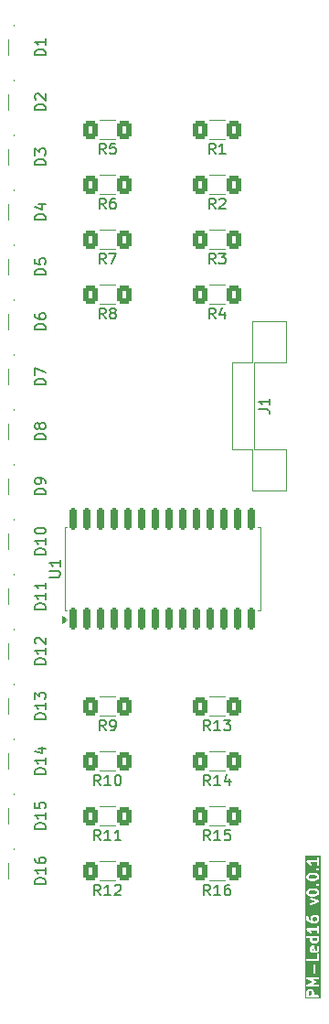
<source format=gbr>
%TF.GenerationSoftware,KiCad,Pcbnew,8.0.3-8.0.3-0~ubuntu22.04.1*%
%TF.CreationDate,2024-09-23T16:20:46+03:00*%
%TF.ProjectId,PM-LED16,504d2d4c-4544-4313-962e-6b696361645f,rev?*%
%TF.SameCoordinates,Original*%
%TF.FileFunction,Legend,Top*%
%TF.FilePolarity,Positive*%
%FSLAX46Y46*%
G04 Gerber Fmt 4.6, Leading zero omitted, Abs format (unit mm)*
G04 Created by KiCad (PCBNEW 8.0.3-8.0.3-0~ubuntu22.04.1) date 2024-09-23 16:20:46*
%MOMM*%
%LPD*%
G01*
G04 APERTURE LIST*
G04 Aperture macros list*
%AMRoundRect*
0 Rectangle with rounded corners*
0 $1 Rounding radius*
0 $2 $3 $4 $5 $6 $7 $8 $9 X,Y pos of 4 corners*
0 Add a 4 corners polygon primitive as box body*
4,1,4,$2,$3,$4,$5,$6,$7,$8,$9,$2,$3,0*
0 Add four circle primitives for the rounded corners*
1,1,$1+$1,$2,$3*
1,1,$1+$1,$4,$5*
1,1,$1+$1,$6,$7*
1,1,$1+$1,$8,$9*
0 Add four rect primitives between the rounded corners*
20,1,$1+$1,$2,$3,$4,$5,0*
20,1,$1+$1,$4,$5,$6,$7,0*
20,1,$1+$1,$6,$7,$8,$9,0*
20,1,$1+$1,$8,$9,$2,$3,0*%
G04 Aperture macros list end*
%ADD10C,0.200000*%
%ADD11C,0.150000*%
%ADD12C,0.100000*%
%ADD13C,0.120000*%
%ADD14R,1.410000X0.630000*%
%ADD15R,0.430000X1.070000*%
%ADD16RoundRect,0.250000X0.400000X0.625000X-0.400000X0.625000X-0.400000X-0.625000X0.400000X-0.625000X0*%
%ADD17R,2.800000X2.500000*%
%ADD18R,1.700000X0.600000*%
%ADD19RoundRect,0.150000X0.150000X-0.875000X0.150000X0.875000X-0.150000X0.875000X-0.150000X-0.875000X0*%
%ADD20C,2.200000*%
G04 APERTURE END LIST*
D10*
G36*
X13819386Y-44186132D02*
G01*
X13845163Y-44210794D01*
X13876129Y-44270433D01*
X13877380Y-44531409D01*
X13551747Y-44532022D01*
X13550517Y-44275686D01*
X13579453Y-44215539D01*
X13604115Y-44189762D01*
X13664046Y-44158645D01*
X13759893Y-44157511D01*
X13819386Y-44186132D01*
G37*
G36*
X13998620Y-40388959D02*
G01*
X13954721Y-40389170D01*
X13907800Y-40366597D01*
X13885357Y-40323371D01*
X13884046Y-40180042D01*
X13906424Y-40133526D01*
X13942682Y-40114701D01*
X13998620Y-40388959D01*
G37*
G36*
X14352413Y-39270613D02*
G01*
X14353724Y-39413943D01*
X14324983Y-39473686D01*
X14300324Y-39499460D01*
X14240620Y-39530458D01*
X14002200Y-39531959D01*
X13942191Y-39503090D01*
X13916418Y-39478432D01*
X13885357Y-39418609D01*
X13884046Y-39275280D01*
X13894619Y-39253302D01*
X14342986Y-39252457D01*
X14352413Y-39270613D01*
G37*
G36*
X14295578Y-37328990D02*
G01*
X14321355Y-37353651D01*
X14352413Y-37413470D01*
X14353724Y-37556800D01*
X14324983Y-37616543D01*
X14300324Y-37642317D01*
X14240681Y-37673284D01*
X14048549Y-37674205D01*
X13989810Y-37645947D01*
X13964037Y-37621289D01*
X13932976Y-37561466D01*
X13931665Y-37418137D01*
X13960405Y-37358396D01*
X13985067Y-37332619D01*
X14044815Y-37301597D01*
X14235678Y-37300173D01*
X14295578Y-37328990D01*
G37*
G36*
X14220555Y-34864326D02*
G01*
X14295578Y-34900418D01*
X14321355Y-34925079D01*
X14352579Y-34985218D01*
X14353391Y-35033683D01*
X14324983Y-35092733D01*
X14300324Y-35118507D01*
X14232764Y-35153584D01*
X14065305Y-35197036D01*
X13851814Y-35198628D01*
X13683881Y-35158229D01*
X13608858Y-35122137D01*
X13583085Y-35097479D01*
X13551858Y-35037336D01*
X13551046Y-34988872D01*
X13579453Y-34929824D01*
X13604115Y-34904047D01*
X13671670Y-34868971D01*
X13839131Y-34825519D01*
X14052621Y-34823927D01*
X14220555Y-34864326D01*
G37*
G36*
X14220555Y-33435755D02*
G01*
X14295578Y-33471847D01*
X14321355Y-33496508D01*
X14352579Y-33556647D01*
X14353391Y-33605112D01*
X14324983Y-33664162D01*
X14300324Y-33689936D01*
X14232764Y-33725013D01*
X14065305Y-33768465D01*
X13851814Y-33770057D01*
X13683881Y-33729658D01*
X13608858Y-33693566D01*
X13583085Y-33668908D01*
X13551858Y-33608765D01*
X13551046Y-33560301D01*
X13579453Y-33501253D01*
X13604115Y-33475476D01*
X13671670Y-33440400D01*
X13839131Y-33396948D01*
X14052621Y-33395356D01*
X14220555Y-33435755D01*
G37*
G36*
X14663330Y-44841437D02*
G01*
X13241108Y-44841437D01*
X13241108Y-44249374D01*
X13352219Y-44249374D01*
X13354140Y-44649835D01*
X13369072Y-44685883D01*
X13396662Y-44713473D01*
X13432710Y-44728405D01*
X13452219Y-44730326D01*
X14471728Y-44728405D01*
X14507776Y-44713473D01*
X14535366Y-44685883D01*
X14550298Y-44649835D01*
X14550298Y-44610817D01*
X14535366Y-44574769D01*
X14507776Y-44547179D01*
X14471728Y-44532247D01*
X14452219Y-44530326D01*
X14075551Y-44531035D01*
X14074274Y-44264786D01*
X14075243Y-44261881D01*
X14074189Y-44247056D01*
X14074107Y-44229865D01*
X14072731Y-44226544D01*
X14072477Y-44222961D01*
X14065471Y-44204652D01*
X14016128Y-44109618D01*
X14011556Y-44098578D01*
X14008400Y-44094732D01*
X14007409Y-44092824D01*
X14005411Y-44091091D01*
X13999119Y-44083425D01*
X13949018Y-44035493D01*
X13942101Y-44027517D01*
X13937951Y-44024904D01*
X13936347Y-44023370D01*
X13933907Y-44022359D01*
X13925511Y-44017074D01*
X13842493Y-43977135D01*
X13841109Y-43975751D01*
X13830359Y-43971298D01*
X13811965Y-43962449D01*
X13808381Y-43962194D01*
X13805061Y-43960819D01*
X13785552Y-43958898D01*
X13657395Y-43960414D01*
X13655202Y-43959683D01*
X13642419Y-43960591D01*
X13623186Y-43960819D01*
X13619865Y-43962194D01*
X13616282Y-43962449D01*
X13597973Y-43969455D01*
X13502939Y-44018797D01*
X13491899Y-44023370D01*
X13488053Y-44026525D01*
X13486145Y-44027517D01*
X13484412Y-44029514D01*
X13476746Y-44035807D01*
X13428814Y-44085907D01*
X13420838Y-44092825D01*
X13418225Y-44096974D01*
X13416691Y-44098579D01*
X13415680Y-44101018D01*
X13410395Y-44109415D01*
X13370456Y-44192432D01*
X13369072Y-44193817D01*
X13364619Y-44204566D01*
X13355770Y-44222961D01*
X13355515Y-44226544D01*
X13354140Y-44229865D01*
X13352219Y-44249374D01*
X13241108Y-44249374D01*
X13241108Y-42978843D01*
X13353378Y-42978843D01*
X13354140Y-42980938D01*
X13354140Y-42983169D01*
X13360784Y-42999210D01*
X13366713Y-43015512D01*
X13368218Y-43017155D01*
X13369072Y-43019217D01*
X13381345Y-43031490D01*
X13393064Y-43044287D01*
X13395708Y-43045853D01*
X13396662Y-43046807D01*
X13398843Y-43047710D01*
X13409930Y-43054278D01*
X13932249Y-43296516D01*
X13411669Y-43540962D01*
X13396662Y-43547179D01*
X13395096Y-43548744D01*
X13393064Y-43549699D01*
X13381345Y-43562495D01*
X13369072Y-43574769D01*
X13368218Y-43576830D01*
X13366713Y-43578474D01*
X13360784Y-43594775D01*
X13354140Y-43610817D01*
X13354140Y-43613047D01*
X13353378Y-43615143D01*
X13354140Y-43632482D01*
X13354140Y-43649835D01*
X13354993Y-43651894D01*
X13355091Y-43654123D01*
X13362432Y-43669853D01*
X13369072Y-43685883D01*
X13370648Y-43687459D01*
X13371592Y-43689481D01*
X13384388Y-43701199D01*
X13396662Y-43713473D01*
X13398723Y-43714326D01*
X13400367Y-43715832D01*
X13416668Y-43721760D01*
X13432710Y-43728405D01*
X13435768Y-43728706D01*
X13437036Y-43729167D01*
X13439395Y-43729063D01*
X13452219Y-43730326D01*
X14471728Y-43728405D01*
X14507776Y-43713473D01*
X14535366Y-43685883D01*
X14550298Y-43649835D01*
X14550298Y-43610817D01*
X14535366Y-43574769D01*
X14507776Y-43547179D01*
X14471728Y-43532247D01*
X14452219Y-43530326D01*
X13898229Y-43531369D01*
X14204661Y-43387479D01*
X14218356Y-43382500D01*
X14221607Y-43379522D01*
X14225659Y-43377620D01*
X14235919Y-43366415D01*
X14247132Y-43356148D01*
X14249011Y-43352120D01*
X14252011Y-43348845D01*
X14257202Y-43334569D01*
X14263632Y-43320791D01*
X14263827Y-43316350D01*
X14265345Y-43312176D01*
X14264677Y-43296993D01*
X14265345Y-43281810D01*
X14263827Y-43277635D01*
X14263632Y-43273195D01*
X14257202Y-43259416D01*
X14252011Y-43245141D01*
X14249011Y-43241865D01*
X14247132Y-43237838D01*
X14235919Y-43227570D01*
X14225659Y-43216366D01*
X14220068Y-43213054D01*
X14218356Y-43211486D01*
X14215934Y-43210605D01*
X14208793Y-43206375D01*
X13899251Y-43062817D01*
X14471728Y-43061739D01*
X14507776Y-43046807D01*
X14535366Y-43019217D01*
X14550298Y-42983169D01*
X14550298Y-42944151D01*
X14535366Y-42908103D01*
X14507776Y-42880513D01*
X14471728Y-42865581D01*
X14452219Y-42863660D01*
X13453484Y-42865541D01*
X13437036Y-42864819D01*
X13434952Y-42865576D01*
X13432710Y-42865581D01*
X13416668Y-42872225D01*
X13400367Y-42878154D01*
X13398723Y-42879659D01*
X13396662Y-42880513D01*
X13384388Y-42892786D01*
X13371592Y-42904505D01*
X13370648Y-42906526D01*
X13369072Y-42908103D01*
X13362432Y-42924132D01*
X13355091Y-42939863D01*
X13354993Y-42942091D01*
X13354140Y-42944151D01*
X13354140Y-42961503D01*
X13353378Y-42978843D01*
X13241108Y-42978843D01*
X13241108Y-41725565D01*
X13971266Y-41725565D01*
X13973187Y-42506978D01*
X13988119Y-42543026D01*
X14015709Y-42570616D01*
X14051757Y-42585548D01*
X14090775Y-42585548D01*
X14126823Y-42570616D01*
X14154413Y-42543026D01*
X14169345Y-42506978D01*
X14171266Y-42487469D01*
X14169345Y-41706056D01*
X14154413Y-41670008D01*
X14126823Y-41642418D01*
X14090775Y-41627486D01*
X14051757Y-41627486D01*
X14015709Y-41642418D01*
X13988119Y-41670008D01*
X13973187Y-41706056D01*
X13971266Y-41725565D01*
X13241108Y-41725565D01*
X13241108Y-41229865D01*
X13354140Y-41229865D01*
X13354140Y-41268883D01*
X13369072Y-41304931D01*
X13396662Y-41332521D01*
X13432710Y-41347453D01*
X13452219Y-41349374D01*
X14471728Y-41347453D01*
X14507776Y-41332521D01*
X14535366Y-41304931D01*
X14550298Y-41268883D01*
X14552219Y-41249374D01*
X14550298Y-40753675D01*
X14535366Y-40717627D01*
X14507776Y-40690037D01*
X14471728Y-40675105D01*
X14432710Y-40675105D01*
X14396662Y-40690037D01*
X14369072Y-40717627D01*
X14354140Y-40753675D01*
X14352219Y-40773184D01*
X14353677Y-41149559D01*
X13432710Y-41151295D01*
X13396662Y-41166227D01*
X13369072Y-41193817D01*
X13354140Y-41229865D01*
X13241108Y-41229865D01*
X13241108Y-40154136D01*
X13685552Y-40154136D01*
X13687157Y-40329643D01*
X13686337Y-40332105D01*
X13687304Y-40345720D01*
X13687473Y-40364121D01*
X13688848Y-40367441D01*
X13689103Y-40371025D01*
X13696109Y-40389333D01*
X13743146Y-40479927D01*
X13746295Y-40489373D01*
X13750669Y-40494417D01*
X13754171Y-40501161D01*
X13763641Y-40509374D01*
X13771859Y-40518850D01*
X13781732Y-40525064D01*
X13783648Y-40526726D01*
X13785186Y-40527238D01*
X13788450Y-40529293D01*
X13871467Y-40569231D01*
X13872852Y-40570616D01*
X13883601Y-40575068D01*
X13901996Y-40583918D01*
X13905579Y-40584172D01*
X13908900Y-40585548D01*
X13928409Y-40587469D01*
X14114478Y-40586576D01*
X14118990Y-40587469D01*
X14123673Y-40586532D01*
X14293947Y-40585715D01*
X14296853Y-40586684D01*
X14311677Y-40585630D01*
X14328870Y-40585548D01*
X14332190Y-40584172D01*
X14335773Y-40583918D01*
X14354082Y-40576912D01*
X14444677Y-40529874D01*
X14454123Y-40526726D01*
X14459167Y-40522351D01*
X14465911Y-40518850D01*
X14474125Y-40509378D01*
X14483600Y-40501162D01*
X14489812Y-40491291D01*
X14491476Y-40489374D01*
X14491989Y-40487833D01*
X14494043Y-40484571D01*
X14533981Y-40401553D01*
X14535366Y-40400169D01*
X14539818Y-40389419D01*
X14548668Y-40371025D01*
X14548922Y-40367441D01*
X14550298Y-40364121D01*
X14552219Y-40344612D01*
X14550613Y-40169104D01*
X14551434Y-40166643D01*
X14550466Y-40153027D01*
X14550298Y-40134627D01*
X14548922Y-40131306D01*
X14548668Y-40127723D01*
X14541662Y-40109414D01*
X14483600Y-39997586D01*
X14454123Y-39972022D01*
X14417107Y-39959683D01*
X14378187Y-39962449D01*
X14343288Y-39979898D01*
X14317724Y-40009375D01*
X14305385Y-40046391D01*
X14308151Y-40085311D01*
X14315157Y-40103619D01*
X14352413Y-40175375D01*
X14353724Y-40318705D01*
X14331346Y-40365220D01*
X14288302Y-40387570D01*
X14200653Y-40387990D01*
X14121726Y-40001012D01*
X14121726Y-39991770D01*
X14118012Y-39982804D01*
X14115995Y-39972914D01*
X14110543Y-39964773D01*
X14106794Y-39955722D01*
X14099794Y-39948722D01*
X14094284Y-39940494D01*
X14086130Y-39935058D01*
X14079204Y-39928132D01*
X14070057Y-39924343D01*
X14061819Y-39918851D01*
X14052208Y-39916949D01*
X14043156Y-39913200D01*
X14023647Y-39911279D01*
X14023550Y-39911280D01*
X14023542Y-39911279D01*
X14023532Y-39911280D01*
X13942629Y-39912635D01*
X13940916Y-39912064D01*
X13929871Y-39912848D01*
X13908900Y-39913200D01*
X13905579Y-39914575D01*
X13901996Y-39914830D01*
X13883687Y-39921836D01*
X13793089Y-39968875D01*
X13783648Y-39972022D01*
X13778605Y-39976394D01*
X13771859Y-39979898D01*
X13763641Y-39989373D01*
X13754171Y-39997587D01*
X13747957Y-40007458D01*
X13746295Y-40009375D01*
X13745781Y-40010913D01*
X13743728Y-40014177D01*
X13703789Y-40097194D01*
X13702405Y-40098579D01*
X13697952Y-40109328D01*
X13689103Y-40127723D01*
X13688848Y-40131306D01*
X13687473Y-40134627D01*
X13685552Y-40154136D01*
X13241108Y-40154136D01*
X13241108Y-39134627D01*
X13354140Y-39134627D01*
X13354140Y-39173645D01*
X13369072Y-39209693D01*
X13396662Y-39237283D01*
X13432710Y-39252215D01*
X13452219Y-39254136D01*
X13685591Y-39253696D01*
X13687157Y-39424881D01*
X13686337Y-39427343D01*
X13687304Y-39440958D01*
X13687473Y-39459359D01*
X13688848Y-39462679D01*
X13689103Y-39466263D01*
X13696109Y-39484571D01*
X13745449Y-39579600D01*
X13750024Y-39590645D01*
X13753180Y-39594491D01*
X13754171Y-39596399D01*
X13756165Y-39598128D01*
X13762460Y-39605799D01*
X13812562Y-39653732D01*
X13819478Y-39661707D01*
X13823627Y-39664318D01*
X13825232Y-39665854D01*
X13827672Y-39666864D01*
X13836069Y-39672150D01*
X13919086Y-39712088D01*
X13920471Y-39713473D01*
X13931220Y-39717925D01*
X13949615Y-39726775D01*
X13953198Y-39727029D01*
X13956519Y-39728405D01*
X13976028Y-39730326D01*
X14246483Y-39728623D01*
X14249235Y-39729541D01*
X14263661Y-39728515D01*
X14281251Y-39728405D01*
X14284571Y-39727029D01*
X14288155Y-39726775D01*
X14306463Y-39719769D01*
X14401487Y-39670431D01*
X14412537Y-39665855D01*
X14416385Y-39662696D01*
X14418291Y-39661707D01*
X14420020Y-39659712D01*
X14427690Y-39653418D01*
X14475623Y-39603317D01*
X14483600Y-39596400D01*
X14486211Y-39592250D01*
X14487747Y-39590646D01*
X14488757Y-39588205D01*
X14494043Y-39579809D01*
X14533981Y-39496791D01*
X14535366Y-39495407D01*
X14539818Y-39484657D01*
X14548668Y-39466263D01*
X14548922Y-39462679D01*
X14550298Y-39459359D01*
X14552219Y-39439850D01*
X14550613Y-39264342D01*
X14551434Y-39261881D01*
X14550466Y-39248265D01*
X14550298Y-39229865D01*
X14548922Y-39226544D01*
X14548668Y-39222961D01*
X14541662Y-39204652D01*
X14539321Y-39200144D01*
X14550298Y-39173645D01*
X14550298Y-39134627D01*
X14535366Y-39098579D01*
X14507776Y-39070989D01*
X14471728Y-39056057D01*
X14452219Y-39054136D01*
X13826203Y-39055315D01*
X13820664Y-39054922D01*
X13819445Y-39055328D01*
X13432710Y-39056057D01*
X13396662Y-39070989D01*
X13369072Y-39098579D01*
X13354140Y-39134627D01*
X13241108Y-39134627D01*
X13241108Y-38439955D01*
X13352219Y-38439955D01*
X13354140Y-38449560D01*
X13354140Y-38459359D01*
X13357929Y-38468507D01*
X13359871Y-38478215D01*
X13365322Y-38486355D01*
X13369072Y-38495407D01*
X13376071Y-38502406D01*
X13381582Y-38510635D01*
X13396588Y-38522923D01*
X13396662Y-38522997D01*
X13396694Y-38523010D01*
X13396749Y-38523055D01*
X13525892Y-38607288D01*
X13606524Y-38685935D01*
X13658933Y-38786875D01*
X13688410Y-38812440D01*
X13725426Y-38824778D01*
X13764346Y-38822013D01*
X13799244Y-38804564D01*
X13824809Y-38775087D01*
X13837148Y-38738071D01*
X13834382Y-38699151D01*
X13827376Y-38680842D01*
X13778033Y-38585808D01*
X13773461Y-38574769D01*
X13770305Y-38570924D01*
X13769314Y-38569014D01*
X13767316Y-38567281D01*
X13761025Y-38559615D01*
X13740204Y-38539307D01*
X14353467Y-38538151D01*
X14354140Y-38745073D01*
X14369072Y-38781121D01*
X14396662Y-38808711D01*
X14432710Y-38823643D01*
X14471728Y-38823643D01*
X14507776Y-38808711D01*
X14535366Y-38781121D01*
X14550298Y-38745073D01*
X14552219Y-38725564D01*
X14550298Y-38134627D01*
X14535366Y-38098579D01*
X14507776Y-38070989D01*
X14471728Y-38056057D01*
X14432710Y-38056057D01*
X14396662Y-38070989D01*
X14369072Y-38098579D01*
X14354140Y-38134627D01*
X14352219Y-38154136D01*
X14352823Y-38340037D01*
X13461550Y-38341716D01*
X13452114Y-38339850D01*
X13442602Y-38341752D01*
X13432710Y-38341771D01*
X13423561Y-38345560D01*
X13413854Y-38347502D01*
X13405713Y-38352953D01*
X13396662Y-38356703D01*
X13389662Y-38363702D01*
X13381434Y-38369213D01*
X13375998Y-38377366D01*
X13369072Y-38384293D01*
X13365283Y-38393439D01*
X13359791Y-38401678D01*
X13357889Y-38411288D01*
X13354140Y-38420341D01*
X13354140Y-38430244D01*
X13352219Y-38439955D01*
X13241108Y-38439955D01*
X13241108Y-37296993D01*
X13352219Y-37296993D01*
X13353824Y-37472500D01*
X13353004Y-37474962D01*
X13353971Y-37488577D01*
X13354140Y-37506978D01*
X13355515Y-37510298D01*
X13355770Y-37513882D01*
X13362776Y-37532190D01*
X13412116Y-37627219D01*
X13416691Y-37638264D01*
X13419847Y-37642110D01*
X13420838Y-37644018D01*
X13422832Y-37645747D01*
X13429127Y-37653418D01*
X13472972Y-37695365D01*
X13476820Y-37701111D01*
X13491796Y-37713375D01*
X13491899Y-37713473D01*
X13491933Y-37713487D01*
X13491987Y-37713531D01*
X13636851Y-37808018D01*
X13647600Y-37815983D01*
X13650832Y-37817137D01*
X13652142Y-37817992D01*
X13654565Y-37818471D01*
X13666060Y-37822578D01*
X13851372Y-37867157D01*
X13861281Y-37871262D01*
X13873390Y-37872454D01*
X13875929Y-37873065D01*
X13877387Y-37872847D01*
X13880790Y-37873183D01*
X14246329Y-37871429D01*
X14249235Y-37872398D01*
X14264059Y-37871344D01*
X14281251Y-37871262D01*
X14284571Y-37869886D01*
X14288155Y-37869632D01*
X14306463Y-37862626D01*
X14401487Y-37813288D01*
X14412537Y-37808712D01*
X14416385Y-37805553D01*
X14418291Y-37804564D01*
X14420020Y-37802569D01*
X14427690Y-37796275D01*
X14475623Y-37746174D01*
X14483600Y-37739257D01*
X14486211Y-37735107D01*
X14487747Y-37733503D01*
X14488757Y-37731062D01*
X14494043Y-37722666D01*
X14533981Y-37639648D01*
X14535366Y-37638264D01*
X14539818Y-37627514D01*
X14548668Y-37609120D01*
X14548922Y-37605536D01*
X14550298Y-37602216D01*
X14552219Y-37582707D01*
X14550613Y-37407199D01*
X14551434Y-37404738D01*
X14550466Y-37391122D01*
X14550298Y-37372722D01*
X14548922Y-37369401D01*
X14548668Y-37365818D01*
X14541662Y-37347509D01*
X14492320Y-37252476D01*
X14487747Y-37241435D01*
X14484590Y-37237589D01*
X14483600Y-37235681D01*
X14481603Y-37233949D01*
X14475310Y-37226281D01*
X14425202Y-37178343D01*
X14418291Y-37170374D01*
X14414144Y-37167763D01*
X14412537Y-37166226D01*
X14410093Y-37165214D01*
X14401701Y-37159931D01*
X14318683Y-37119992D01*
X14317299Y-37118608D01*
X14306549Y-37114155D01*
X14288155Y-37105306D01*
X14284571Y-37105051D01*
X14281251Y-37103676D01*
X14261742Y-37101755D01*
X14038786Y-37103417D01*
X14036154Y-37102540D01*
X14022048Y-37103542D01*
X14004138Y-37103676D01*
X14000817Y-37105051D01*
X13997234Y-37105306D01*
X13978925Y-37112312D01*
X13883891Y-37161654D01*
X13872851Y-37166227D01*
X13869005Y-37169382D01*
X13867097Y-37170374D01*
X13865364Y-37172371D01*
X13857698Y-37178664D01*
X13809766Y-37228764D01*
X13801790Y-37235682D01*
X13799177Y-37239831D01*
X13797643Y-37241436D01*
X13796632Y-37243875D01*
X13791347Y-37252272D01*
X13751408Y-37335289D01*
X13750024Y-37336674D01*
X13745571Y-37347423D01*
X13736722Y-37365818D01*
X13736467Y-37369401D01*
X13735092Y-37372722D01*
X13733171Y-37392231D01*
X13734776Y-37567738D01*
X13733956Y-37570200D01*
X13734923Y-37583815D01*
X13735092Y-37602216D01*
X13736467Y-37605536D01*
X13736722Y-37609120D01*
X13743728Y-37627428D01*
X13749622Y-37638780D01*
X13734847Y-37635225D01*
X13616544Y-37558062D01*
X13583085Y-37526051D01*
X13552024Y-37466228D01*
X13550298Y-37277484D01*
X13535366Y-37241436D01*
X13507776Y-37213846D01*
X13471728Y-37198914D01*
X13432710Y-37198914D01*
X13396662Y-37213846D01*
X13369072Y-37241436D01*
X13354140Y-37277484D01*
X13352219Y-37296993D01*
X13241108Y-37296993D01*
X13241108Y-35615711D01*
X13686625Y-35615711D01*
X13688563Y-35654681D01*
X13705266Y-35689943D01*
X13734192Y-35716130D01*
X13751918Y-35724500D01*
X14157675Y-35868206D01*
X13734192Y-36020712D01*
X13705266Y-36046899D01*
X13688563Y-36082161D01*
X13686625Y-36121131D01*
X13699748Y-36157876D01*
X13725935Y-36186802D01*
X13761197Y-36203505D01*
X13800167Y-36205443D01*
X13819186Y-36200690D01*
X14471870Y-35965643D01*
X14476574Y-35965410D01*
X14489429Y-35959320D01*
X14503579Y-35954225D01*
X14507301Y-35950854D01*
X14511836Y-35948707D01*
X14521657Y-35937857D01*
X14532504Y-35928038D01*
X14534651Y-35923503D01*
X14538022Y-35919781D01*
X14542943Y-35905999D01*
X14549208Y-35892776D01*
X14549457Y-35887761D01*
X14551145Y-35883036D01*
X14550418Y-35868421D01*
X14551145Y-35853806D01*
X14549457Y-35849080D01*
X14549208Y-35844066D01*
X14542943Y-35830842D01*
X14538022Y-35817061D01*
X14534651Y-35813338D01*
X14532504Y-35808804D01*
X14521657Y-35798984D01*
X14511836Y-35788135D01*
X14507301Y-35785987D01*
X14503579Y-35782617D01*
X14485852Y-35774247D01*
X13800167Y-35531399D01*
X13761197Y-35533337D01*
X13725935Y-35550040D01*
X13699748Y-35578966D01*
X13686625Y-35615711D01*
X13241108Y-35615711D01*
X13241108Y-34963659D01*
X13352219Y-34963659D01*
X13353575Y-35044676D01*
X13353004Y-35046390D01*
X13353788Y-35057434D01*
X13354140Y-35078406D01*
X13355515Y-35081726D01*
X13355770Y-35085310D01*
X13362776Y-35103618D01*
X13412116Y-35198647D01*
X13416691Y-35209692D01*
X13419847Y-35213538D01*
X13420838Y-35215446D01*
X13422832Y-35217175D01*
X13429127Y-35224846D01*
X13479229Y-35272779D01*
X13486145Y-35280754D01*
X13490294Y-35283365D01*
X13491899Y-35284901D01*
X13494339Y-35285911D01*
X13502736Y-35291197D01*
X13593007Y-35334625D01*
X13599981Y-35339792D01*
X13614615Y-35345020D01*
X13616282Y-35345822D01*
X13617002Y-35345873D01*
X13618441Y-35346387D01*
X13803753Y-35390966D01*
X13813662Y-35395071D01*
X13825771Y-35396263D01*
X13828310Y-35396874D01*
X13829768Y-35396656D01*
X13833171Y-35396992D01*
X14065288Y-35395261D01*
X14076127Y-35396874D01*
X14088188Y-35395090D01*
X14090775Y-35395071D01*
X14092138Y-35394506D01*
X14095520Y-35394006D01*
X14278599Y-35346501D01*
X14288155Y-35345822D01*
X14302767Y-35340230D01*
X14304456Y-35339792D01*
X14305036Y-35339361D01*
X14306463Y-35338816D01*
X14401487Y-35289478D01*
X14412537Y-35284902D01*
X14416385Y-35281743D01*
X14418291Y-35280754D01*
X14420020Y-35278759D01*
X14427690Y-35272465D01*
X14475623Y-35222364D01*
X14483600Y-35215447D01*
X14486211Y-35211297D01*
X14487747Y-35209693D01*
X14488757Y-35207252D01*
X14494043Y-35198856D01*
X14533981Y-35115838D01*
X14535366Y-35114454D01*
X14539818Y-35103704D01*
X14548668Y-35085310D01*
X14548922Y-35081726D01*
X14550298Y-35078406D01*
X14552219Y-35058897D01*
X14550862Y-34977879D01*
X14551434Y-34976166D01*
X14550649Y-34965121D01*
X14550298Y-34944150D01*
X14548922Y-34940829D01*
X14548668Y-34937246D01*
X14541662Y-34918937D01*
X14492320Y-34823904D01*
X14487747Y-34812863D01*
X14484590Y-34809017D01*
X14483600Y-34807109D01*
X14481603Y-34805377D01*
X14475310Y-34797709D01*
X14425202Y-34749771D01*
X14418291Y-34741802D01*
X14414144Y-34739191D01*
X14412537Y-34737654D01*
X14410093Y-34736642D01*
X14401701Y-34731359D01*
X14311429Y-34687930D01*
X14304456Y-34682764D01*
X14289823Y-34677536D01*
X14288155Y-34676734D01*
X14287432Y-34676682D01*
X14285995Y-34676169D01*
X14100684Y-34631589D01*
X14090775Y-34627485D01*
X14078665Y-34626292D01*
X14076127Y-34625682D01*
X14074668Y-34625899D01*
X14071266Y-34625564D01*
X13839148Y-34627294D01*
X13828310Y-34625682D01*
X13816248Y-34627465D01*
X13813662Y-34627485D01*
X13812298Y-34628049D01*
X13808917Y-34628550D01*
X13625837Y-34676054D01*
X13616282Y-34676734D01*
X13601666Y-34682326D01*
X13599981Y-34682764D01*
X13599401Y-34683193D01*
X13597973Y-34683740D01*
X13502939Y-34733082D01*
X13491899Y-34737655D01*
X13488053Y-34740810D01*
X13486145Y-34741802D01*
X13484412Y-34743799D01*
X13476746Y-34750092D01*
X13428814Y-34800192D01*
X13420838Y-34807110D01*
X13418225Y-34811259D01*
X13416691Y-34812864D01*
X13415680Y-34815303D01*
X13410395Y-34823700D01*
X13370456Y-34906717D01*
X13369072Y-34908102D01*
X13364619Y-34918851D01*
X13355770Y-34937246D01*
X13355515Y-34940829D01*
X13354140Y-34944150D01*
X13352219Y-34963659D01*
X13241108Y-34963659D01*
X13241108Y-34277483D01*
X14258901Y-34277483D01*
X14258901Y-34316501D01*
X14260385Y-34320084D01*
X14273832Y-34352549D01*
X14273833Y-34352550D01*
X14286270Y-34367703D01*
X14349043Y-34427759D01*
X14374533Y-34438316D01*
X14385091Y-34442690D01*
X14385092Y-34442690D01*
X14424109Y-34442690D01*
X14445226Y-34433942D01*
X14460158Y-34427758D01*
X14460162Y-34427753D01*
X14475311Y-34415322D01*
X14535366Y-34352550D01*
X14546735Y-34325102D01*
X14550298Y-34316501D01*
X14550298Y-34277483D01*
X14535366Y-34241435D01*
X14535366Y-34241434D01*
X14522929Y-34226281D01*
X14460180Y-34166248D01*
X14460158Y-34166226D01*
X14445226Y-34160041D01*
X14424109Y-34151294D01*
X14385091Y-34151294D01*
X14374533Y-34155667D01*
X14349043Y-34166225D01*
X14333890Y-34178662D01*
X14273833Y-34241434D01*
X14273832Y-34241435D01*
X14263274Y-34266925D01*
X14258901Y-34277483D01*
X13241108Y-34277483D01*
X13241108Y-33535088D01*
X13352219Y-33535088D01*
X13353575Y-33616105D01*
X13353004Y-33617819D01*
X13353788Y-33628863D01*
X13354140Y-33649835D01*
X13355515Y-33653155D01*
X13355770Y-33656739D01*
X13362776Y-33675047D01*
X13412116Y-33770076D01*
X13416691Y-33781121D01*
X13419847Y-33784967D01*
X13420838Y-33786875D01*
X13422832Y-33788604D01*
X13429127Y-33796275D01*
X13479229Y-33844208D01*
X13486145Y-33852183D01*
X13490294Y-33854794D01*
X13491899Y-33856330D01*
X13494339Y-33857340D01*
X13502736Y-33862626D01*
X13593007Y-33906054D01*
X13599981Y-33911221D01*
X13614615Y-33916449D01*
X13616282Y-33917251D01*
X13617002Y-33917302D01*
X13618441Y-33917816D01*
X13803753Y-33962395D01*
X13813662Y-33966500D01*
X13825771Y-33967692D01*
X13828310Y-33968303D01*
X13829768Y-33968085D01*
X13833171Y-33968421D01*
X14065288Y-33966690D01*
X14076127Y-33968303D01*
X14088188Y-33966519D01*
X14090775Y-33966500D01*
X14092138Y-33965935D01*
X14095520Y-33965435D01*
X14278599Y-33917930D01*
X14288155Y-33917251D01*
X14302767Y-33911659D01*
X14304456Y-33911221D01*
X14305036Y-33910790D01*
X14306463Y-33910245D01*
X14401487Y-33860907D01*
X14412537Y-33856331D01*
X14416385Y-33853172D01*
X14418291Y-33852183D01*
X14420020Y-33850188D01*
X14427690Y-33843894D01*
X14475623Y-33793793D01*
X14483600Y-33786876D01*
X14486211Y-33782726D01*
X14487747Y-33781122D01*
X14488757Y-33778681D01*
X14494043Y-33770285D01*
X14533981Y-33687267D01*
X14535366Y-33685883D01*
X14539818Y-33675133D01*
X14548668Y-33656739D01*
X14548922Y-33653155D01*
X14550298Y-33649835D01*
X14552219Y-33630326D01*
X14550862Y-33549308D01*
X14551434Y-33547595D01*
X14550649Y-33536550D01*
X14550298Y-33515579D01*
X14548922Y-33512258D01*
X14548668Y-33508675D01*
X14541662Y-33490366D01*
X14492320Y-33395333D01*
X14487747Y-33384292D01*
X14484590Y-33380446D01*
X14483600Y-33378538D01*
X14481603Y-33376806D01*
X14475310Y-33369138D01*
X14425202Y-33321200D01*
X14418291Y-33313231D01*
X14414144Y-33310620D01*
X14412537Y-33309083D01*
X14410093Y-33308071D01*
X14401701Y-33302788D01*
X14311429Y-33259359D01*
X14304456Y-33254193D01*
X14289823Y-33248965D01*
X14288155Y-33248163D01*
X14287432Y-33248111D01*
X14285995Y-33247598D01*
X14100684Y-33203018D01*
X14090775Y-33198914D01*
X14078665Y-33197721D01*
X14076127Y-33197111D01*
X14074668Y-33197328D01*
X14071266Y-33196993D01*
X13839148Y-33198723D01*
X13828310Y-33197111D01*
X13816248Y-33198894D01*
X13813662Y-33198914D01*
X13812298Y-33199478D01*
X13808917Y-33199979D01*
X13625837Y-33247483D01*
X13616282Y-33248163D01*
X13601666Y-33253755D01*
X13599981Y-33254193D01*
X13599401Y-33254622D01*
X13597973Y-33255169D01*
X13502939Y-33304511D01*
X13491899Y-33309084D01*
X13488053Y-33312239D01*
X13486145Y-33313231D01*
X13484412Y-33315228D01*
X13476746Y-33321521D01*
X13428814Y-33371621D01*
X13420838Y-33378539D01*
X13418225Y-33382688D01*
X13416691Y-33384293D01*
X13415680Y-33386732D01*
X13410395Y-33395129D01*
X13370456Y-33478146D01*
X13369072Y-33479531D01*
X13364619Y-33490280D01*
X13355770Y-33508675D01*
X13355515Y-33512258D01*
X13354140Y-33515579D01*
X13352219Y-33535088D01*
X13241108Y-33535088D01*
X13241108Y-32848912D01*
X14258901Y-32848912D01*
X14258901Y-32887930D01*
X14260385Y-32891513D01*
X14273832Y-32923978D01*
X14273833Y-32923979D01*
X14286270Y-32939132D01*
X14349043Y-32999188D01*
X14374533Y-33009745D01*
X14385091Y-33014119D01*
X14385092Y-33014119D01*
X14424109Y-33014119D01*
X14445226Y-33005371D01*
X14460158Y-32999187D01*
X14460162Y-32999182D01*
X14475311Y-32986751D01*
X14535366Y-32923979D01*
X14546735Y-32896531D01*
X14550298Y-32887930D01*
X14550298Y-32848912D01*
X14535366Y-32812864D01*
X14535366Y-32812863D01*
X14522929Y-32797710D01*
X14460180Y-32737677D01*
X14460158Y-32737655D01*
X14445226Y-32731470D01*
X14424109Y-32722723D01*
X14385091Y-32722723D01*
X14374533Y-32727096D01*
X14349043Y-32737654D01*
X14333890Y-32750091D01*
X14273833Y-32812863D01*
X14273832Y-32812864D01*
X14263274Y-32838354D01*
X14258901Y-32848912D01*
X13241108Y-32848912D01*
X13241108Y-32154241D01*
X13352219Y-32154241D01*
X13354140Y-32163846D01*
X13354140Y-32173645D01*
X13357929Y-32182793D01*
X13359871Y-32192501D01*
X13365322Y-32200641D01*
X13369072Y-32209693D01*
X13376071Y-32216692D01*
X13381582Y-32224921D01*
X13396588Y-32237209D01*
X13396662Y-32237283D01*
X13396694Y-32237296D01*
X13396749Y-32237341D01*
X13525892Y-32321574D01*
X13606524Y-32400221D01*
X13658933Y-32501161D01*
X13688410Y-32526726D01*
X13725426Y-32539064D01*
X13764346Y-32536299D01*
X13799244Y-32518850D01*
X13824809Y-32489373D01*
X13837148Y-32452357D01*
X13834382Y-32413437D01*
X13827376Y-32395128D01*
X13778033Y-32300094D01*
X13773461Y-32289055D01*
X13770305Y-32285210D01*
X13769314Y-32283300D01*
X13767316Y-32281567D01*
X13761025Y-32273901D01*
X13740204Y-32253593D01*
X14353467Y-32252437D01*
X14354140Y-32459359D01*
X14369072Y-32495407D01*
X14396662Y-32522997D01*
X14432710Y-32537929D01*
X14471728Y-32537929D01*
X14507776Y-32522997D01*
X14535366Y-32495407D01*
X14550298Y-32459359D01*
X14552219Y-32439850D01*
X14550298Y-31848913D01*
X14535366Y-31812865D01*
X14507776Y-31785275D01*
X14471728Y-31770343D01*
X14432710Y-31770343D01*
X14396662Y-31785275D01*
X14369072Y-31812865D01*
X14354140Y-31848913D01*
X14352219Y-31868422D01*
X14352823Y-32054323D01*
X13461550Y-32056002D01*
X13452114Y-32054136D01*
X13442602Y-32056038D01*
X13432710Y-32056057D01*
X13423561Y-32059846D01*
X13413854Y-32061788D01*
X13405713Y-32067239D01*
X13396662Y-32070989D01*
X13389662Y-32077988D01*
X13381434Y-32083499D01*
X13375998Y-32091652D01*
X13369072Y-32098579D01*
X13365283Y-32107725D01*
X13359791Y-32115964D01*
X13357889Y-32125574D01*
X13354140Y-32134627D01*
X13354140Y-32144530D01*
X13352219Y-32154241D01*
X13241108Y-32154241D01*
X13241108Y-31659232D01*
X14663330Y-31659232D01*
X14663330Y-44841437D01*
G37*
D11*
X-10798181Y-13914285D02*
X-11798181Y-13914285D01*
X-11798181Y-13914285D02*
X-11798181Y-13676190D01*
X-11798181Y-13676190D02*
X-11750562Y-13533333D01*
X-11750562Y-13533333D02*
X-11655324Y-13438095D01*
X-11655324Y-13438095D02*
X-11560086Y-13390476D01*
X-11560086Y-13390476D02*
X-11369610Y-13342857D01*
X-11369610Y-13342857D02*
X-11226753Y-13342857D01*
X-11226753Y-13342857D02*
X-11036277Y-13390476D01*
X-11036277Y-13390476D02*
X-10941039Y-13438095D01*
X-10941039Y-13438095D02*
X-10845800Y-13533333D01*
X-10845800Y-13533333D02*
X-10798181Y-13676190D01*
X-10798181Y-13676190D02*
X-10798181Y-13914285D01*
X-10798181Y-12390476D02*
X-10798181Y-12961904D01*
X-10798181Y-12676190D02*
X-11798181Y-12676190D01*
X-11798181Y-12676190D02*
X-11655324Y-12771428D01*
X-11655324Y-12771428D02*
X-11560086Y-12866666D01*
X-11560086Y-12866666D02*
X-11512467Y-12961904D01*
X-11702943Y-12009523D02*
X-11750562Y-11961904D01*
X-11750562Y-11961904D02*
X-11798181Y-11866666D01*
X-11798181Y-11866666D02*
X-11798181Y-11628571D01*
X-11798181Y-11628571D02*
X-11750562Y-11533333D01*
X-11750562Y-11533333D02*
X-11702943Y-11485714D01*
X-11702943Y-11485714D02*
X-11607705Y-11438095D01*
X-11607705Y-11438095D02*
X-11512467Y-11438095D01*
X-11512467Y-11438095D02*
X-11369610Y-11485714D01*
X-11369610Y-11485714D02*
X-10798181Y-12057142D01*
X-10798181Y-12057142D02*
X-10798181Y-11438095D01*
X4437142Y-20054819D02*
X4103809Y-19578628D01*
X3865714Y-20054819D02*
X3865714Y-19054819D01*
X3865714Y-19054819D02*
X4246666Y-19054819D01*
X4246666Y-19054819D02*
X4341904Y-19102438D01*
X4341904Y-19102438D02*
X4389523Y-19150057D01*
X4389523Y-19150057D02*
X4437142Y-19245295D01*
X4437142Y-19245295D02*
X4437142Y-19388152D01*
X4437142Y-19388152D02*
X4389523Y-19483390D01*
X4389523Y-19483390D02*
X4341904Y-19531009D01*
X4341904Y-19531009D02*
X4246666Y-19578628D01*
X4246666Y-19578628D02*
X3865714Y-19578628D01*
X5389523Y-20054819D02*
X4818095Y-20054819D01*
X5103809Y-20054819D02*
X5103809Y-19054819D01*
X5103809Y-19054819D02*
X5008571Y-19197676D01*
X5008571Y-19197676D02*
X4913333Y-19292914D01*
X4913333Y-19292914D02*
X4818095Y-19340533D01*
X5722857Y-19054819D02*
X6341904Y-19054819D01*
X6341904Y-19054819D02*
X6008571Y-19435771D01*
X6008571Y-19435771D02*
X6151428Y-19435771D01*
X6151428Y-19435771D02*
X6246666Y-19483390D01*
X6246666Y-19483390D02*
X6294285Y-19531009D01*
X6294285Y-19531009D02*
X6341904Y-19626247D01*
X6341904Y-19626247D02*
X6341904Y-19864342D01*
X6341904Y-19864342D02*
X6294285Y-19959580D01*
X6294285Y-19959580D02*
X6246666Y-20007200D01*
X6246666Y-20007200D02*
X6151428Y-20054819D01*
X6151428Y-20054819D02*
X5865714Y-20054819D01*
X5865714Y-20054819D02*
X5770476Y-20007200D01*
X5770476Y-20007200D02*
X5722857Y-19959580D01*
X8954819Y9666667D02*
X9669104Y9666667D01*
X9669104Y9666667D02*
X9811961Y9619048D01*
X9811961Y9619048D02*
X9907200Y9523810D01*
X9907200Y9523810D02*
X9954819Y9380953D01*
X9954819Y9380953D02*
X9954819Y9285715D01*
X9954819Y10666667D02*
X9954819Y10095239D01*
X9954819Y10380953D02*
X8954819Y10380953D01*
X8954819Y10380953D02*
X9097676Y10285715D01*
X9097676Y10285715D02*
X9192914Y10190477D01*
X9192914Y10190477D02*
X9240533Y10095239D01*
X-5246667Y33285181D02*
X-5580000Y33761372D01*
X-5818095Y33285181D02*
X-5818095Y34285181D01*
X-5818095Y34285181D02*
X-5437143Y34285181D01*
X-5437143Y34285181D02*
X-5341905Y34237562D01*
X-5341905Y34237562D02*
X-5294286Y34189943D01*
X-5294286Y34189943D02*
X-5246667Y34094705D01*
X-5246667Y34094705D02*
X-5246667Y33951848D01*
X-5246667Y33951848D02*
X-5294286Y33856610D01*
X-5294286Y33856610D02*
X-5341905Y33808991D01*
X-5341905Y33808991D02*
X-5437143Y33761372D01*
X-5437143Y33761372D02*
X-5818095Y33761372D01*
X-4341905Y34285181D02*
X-4818095Y34285181D01*
X-4818095Y34285181D02*
X-4865714Y33808991D01*
X-4865714Y33808991D02*
X-4818095Y33856610D01*
X-4818095Y33856610D02*
X-4722857Y33904229D01*
X-4722857Y33904229D02*
X-4484762Y33904229D01*
X-4484762Y33904229D02*
X-4389524Y33856610D01*
X-4389524Y33856610D02*
X-4341905Y33808991D01*
X-4341905Y33808991D02*
X-4294286Y33713753D01*
X-4294286Y33713753D02*
X-4294286Y33475658D01*
X-4294286Y33475658D02*
X-4341905Y33380420D01*
X-4341905Y33380420D02*
X-4389524Y33332800D01*
X-4389524Y33332800D02*
X-4484762Y33285181D01*
X-4484762Y33285181D02*
X-4722857Y33285181D01*
X-4722857Y33285181D02*
X-4818095Y33332800D01*
X-4818095Y33332800D02*
X-4865714Y33380420D01*
X-5722858Y-35294819D02*
X-6056191Y-34818628D01*
X-6294286Y-35294819D02*
X-6294286Y-34294819D01*
X-6294286Y-34294819D02*
X-5913334Y-34294819D01*
X-5913334Y-34294819D02*
X-5818096Y-34342438D01*
X-5818096Y-34342438D02*
X-5770477Y-34390057D01*
X-5770477Y-34390057D02*
X-5722858Y-34485295D01*
X-5722858Y-34485295D02*
X-5722858Y-34628152D01*
X-5722858Y-34628152D02*
X-5770477Y-34723390D01*
X-5770477Y-34723390D02*
X-5818096Y-34771009D01*
X-5818096Y-34771009D02*
X-5913334Y-34818628D01*
X-5913334Y-34818628D02*
X-6294286Y-34818628D01*
X-4770477Y-35294819D02*
X-5341905Y-35294819D01*
X-5056191Y-35294819D02*
X-5056191Y-34294819D01*
X-5056191Y-34294819D02*
X-5151429Y-34437676D01*
X-5151429Y-34437676D02*
X-5246667Y-34532914D01*
X-5246667Y-34532914D02*
X-5341905Y-34580533D01*
X-4389524Y-34390057D02*
X-4341905Y-34342438D01*
X-4341905Y-34342438D02*
X-4246667Y-34294819D01*
X-4246667Y-34294819D02*
X-4008572Y-34294819D01*
X-4008572Y-34294819D02*
X-3913334Y-34342438D01*
X-3913334Y-34342438D02*
X-3865715Y-34390057D01*
X-3865715Y-34390057D02*
X-3818096Y-34485295D01*
X-3818096Y-34485295D02*
X-3818096Y-34580533D01*
X-3818096Y-34580533D02*
X-3865715Y-34723390D01*
X-3865715Y-34723390D02*
X-4437143Y-35294819D01*
X-4437143Y-35294819D02*
X-3818096Y-35294819D01*
X-10798181Y-18994285D02*
X-11798181Y-18994285D01*
X-11798181Y-18994285D02*
X-11798181Y-18756190D01*
X-11798181Y-18756190D02*
X-11750562Y-18613333D01*
X-11750562Y-18613333D02*
X-11655324Y-18518095D01*
X-11655324Y-18518095D02*
X-11560086Y-18470476D01*
X-11560086Y-18470476D02*
X-11369610Y-18422857D01*
X-11369610Y-18422857D02*
X-11226753Y-18422857D01*
X-11226753Y-18422857D02*
X-11036277Y-18470476D01*
X-11036277Y-18470476D02*
X-10941039Y-18518095D01*
X-10941039Y-18518095D02*
X-10845800Y-18613333D01*
X-10845800Y-18613333D02*
X-10798181Y-18756190D01*
X-10798181Y-18756190D02*
X-10798181Y-18994285D01*
X-10798181Y-17470476D02*
X-10798181Y-18041904D01*
X-10798181Y-17756190D02*
X-11798181Y-17756190D01*
X-11798181Y-17756190D02*
X-11655324Y-17851428D01*
X-11655324Y-17851428D02*
X-11560086Y-17946666D01*
X-11560086Y-17946666D02*
X-11512467Y-18041904D01*
X-11798181Y-17137142D02*
X-11798181Y-16518095D01*
X-11798181Y-16518095D02*
X-11417229Y-16851428D01*
X-11417229Y-16851428D02*
X-11417229Y-16708571D01*
X-11417229Y-16708571D02*
X-11369610Y-16613333D01*
X-11369610Y-16613333D02*
X-11321991Y-16565714D01*
X-11321991Y-16565714D02*
X-11226753Y-16518095D01*
X-11226753Y-16518095D02*
X-10988658Y-16518095D01*
X-10988658Y-16518095D02*
X-10893420Y-16565714D01*
X-10893420Y-16565714D02*
X-10845800Y-16613333D01*
X-10845800Y-16613333D02*
X-10798181Y-16708571D01*
X-10798181Y-16708571D02*
X-10798181Y-16994285D01*
X-10798181Y-16994285D02*
X-10845800Y-17089523D01*
X-10845800Y-17089523D02*
X-10893420Y-17137142D01*
X-10798181Y32281906D02*
X-11798181Y32281906D01*
X-11798181Y32281906D02*
X-11798181Y32520001D01*
X-11798181Y32520001D02*
X-11750562Y32662858D01*
X-11750562Y32662858D02*
X-11655324Y32758096D01*
X-11655324Y32758096D02*
X-11560086Y32805715D01*
X-11560086Y32805715D02*
X-11369610Y32853334D01*
X-11369610Y32853334D02*
X-11226753Y32853334D01*
X-11226753Y32853334D02*
X-11036277Y32805715D01*
X-11036277Y32805715D02*
X-10941039Y32758096D01*
X-10941039Y32758096D02*
X-10845800Y32662858D01*
X-10845800Y32662858D02*
X-10798181Y32520001D01*
X-10798181Y32520001D02*
X-10798181Y32281906D01*
X-11798181Y33186668D02*
X-11798181Y33805715D01*
X-11798181Y33805715D02*
X-11417229Y33472382D01*
X-11417229Y33472382D02*
X-11417229Y33615239D01*
X-11417229Y33615239D02*
X-11369610Y33710477D01*
X-11369610Y33710477D02*
X-11321991Y33758096D01*
X-11321991Y33758096D02*
X-11226753Y33805715D01*
X-11226753Y33805715D02*
X-10988658Y33805715D01*
X-10988658Y33805715D02*
X-10893420Y33758096D01*
X-10893420Y33758096D02*
X-10845800Y33710477D01*
X-10845800Y33710477D02*
X-10798181Y33615239D01*
X-10798181Y33615239D02*
X-10798181Y33329525D01*
X-10798181Y33329525D02*
X-10845800Y33234287D01*
X-10845800Y33234287D02*
X-10893420Y33186668D01*
X4437142Y-25134819D02*
X4103809Y-24658628D01*
X3865714Y-25134819D02*
X3865714Y-24134819D01*
X3865714Y-24134819D02*
X4246666Y-24134819D01*
X4246666Y-24134819D02*
X4341904Y-24182438D01*
X4341904Y-24182438D02*
X4389523Y-24230057D01*
X4389523Y-24230057D02*
X4437142Y-24325295D01*
X4437142Y-24325295D02*
X4437142Y-24468152D01*
X4437142Y-24468152D02*
X4389523Y-24563390D01*
X4389523Y-24563390D02*
X4341904Y-24611009D01*
X4341904Y-24611009D02*
X4246666Y-24658628D01*
X4246666Y-24658628D02*
X3865714Y-24658628D01*
X5389523Y-25134819D02*
X4818095Y-25134819D01*
X5103809Y-25134819D02*
X5103809Y-24134819D01*
X5103809Y-24134819D02*
X5008571Y-24277676D01*
X5008571Y-24277676D02*
X4913333Y-24372914D01*
X4913333Y-24372914D02*
X4818095Y-24420533D01*
X6246666Y-24468152D02*
X6246666Y-25134819D01*
X6008571Y-24087200D02*
X5770476Y-24801485D01*
X5770476Y-24801485D02*
X6389523Y-24801485D01*
X-10798181Y6881906D02*
X-11798181Y6881906D01*
X-11798181Y6881906D02*
X-11798181Y7120001D01*
X-11798181Y7120001D02*
X-11750562Y7262858D01*
X-11750562Y7262858D02*
X-11655324Y7358096D01*
X-11655324Y7358096D02*
X-11560086Y7405715D01*
X-11560086Y7405715D02*
X-11369610Y7453334D01*
X-11369610Y7453334D02*
X-11226753Y7453334D01*
X-11226753Y7453334D02*
X-11036277Y7405715D01*
X-11036277Y7405715D02*
X-10941039Y7358096D01*
X-10941039Y7358096D02*
X-10845800Y7262858D01*
X-10845800Y7262858D02*
X-10798181Y7120001D01*
X-10798181Y7120001D02*
X-10798181Y6881906D01*
X-11369610Y8024763D02*
X-11417229Y7929525D01*
X-11417229Y7929525D02*
X-11464848Y7881906D01*
X-11464848Y7881906D02*
X-11560086Y7834287D01*
X-11560086Y7834287D02*
X-11607705Y7834287D01*
X-11607705Y7834287D02*
X-11702943Y7881906D01*
X-11702943Y7881906D02*
X-11750562Y7929525D01*
X-11750562Y7929525D02*
X-11798181Y8024763D01*
X-11798181Y8024763D02*
X-11798181Y8215239D01*
X-11798181Y8215239D02*
X-11750562Y8310477D01*
X-11750562Y8310477D02*
X-11702943Y8358096D01*
X-11702943Y8358096D02*
X-11607705Y8405715D01*
X-11607705Y8405715D02*
X-11560086Y8405715D01*
X-11560086Y8405715D02*
X-11464848Y8358096D01*
X-11464848Y8358096D02*
X-11417229Y8310477D01*
X-11417229Y8310477D02*
X-11369610Y8215239D01*
X-11369610Y8215239D02*
X-11369610Y8024763D01*
X-11369610Y8024763D02*
X-11321991Y7929525D01*
X-11321991Y7929525D02*
X-11274372Y7881906D01*
X-11274372Y7881906D02*
X-11179134Y7834287D01*
X-11179134Y7834287D02*
X-10988658Y7834287D01*
X-10988658Y7834287D02*
X-10893420Y7881906D01*
X-10893420Y7881906D02*
X-10845800Y7929525D01*
X-10845800Y7929525D02*
X-10798181Y8024763D01*
X-10798181Y8024763D02*
X-10798181Y8215239D01*
X-10798181Y8215239D02*
X-10845800Y8310477D01*
X-10845800Y8310477D02*
X-10893420Y8358096D01*
X-10893420Y8358096D02*
X-10988658Y8405715D01*
X-10988658Y8405715D02*
X-11179134Y8405715D01*
X-11179134Y8405715D02*
X-11274372Y8358096D01*
X-11274372Y8358096D02*
X-11321991Y8310477D01*
X-11321991Y8310477D02*
X-11369610Y8215239D01*
X-10798181Y-29154285D02*
X-11798181Y-29154285D01*
X-11798181Y-29154285D02*
X-11798181Y-28916190D01*
X-11798181Y-28916190D02*
X-11750562Y-28773333D01*
X-11750562Y-28773333D02*
X-11655324Y-28678095D01*
X-11655324Y-28678095D02*
X-11560086Y-28630476D01*
X-11560086Y-28630476D02*
X-11369610Y-28582857D01*
X-11369610Y-28582857D02*
X-11226753Y-28582857D01*
X-11226753Y-28582857D02*
X-11036277Y-28630476D01*
X-11036277Y-28630476D02*
X-10941039Y-28678095D01*
X-10941039Y-28678095D02*
X-10845800Y-28773333D01*
X-10845800Y-28773333D02*
X-10798181Y-28916190D01*
X-10798181Y-28916190D02*
X-10798181Y-29154285D01*
X-10798181Y-27630476D02*
X-10798181Y-28201904D01*
X-10798181Y-27916190D02*
X-11798181Y-27916190D01*
X-11798181Y-27916190D02*
X-11655324Y-28011428D01*
X-11655324Y-28011428D02*
X-11560086Y-28106666D01*
X-11560086Y-28106666D02*
X-11512467Y-28201904D01*
X-11798181Y-26725714D02*
X-11798181Y-27201904D01*
X-11798181Y-27201904D02*
X-11321991Y-27249523D01*
X-11321991Y-27249523D02*
X-11369610Y-27201904D01*
X-11369610Y-27201904D02*
X-11417229Y-27106666D01*
X-11417229Y-27106666D02*
X-11417229Y-26868571D01*
X-11417229Y-26868571D02*
X-11369610Y-26773333D01*
X-11369610Y-26773333D02*
X-11321991Y-26725714D01*
X-11321991Y-26725714D02*
X-11226753Y-26678095D01*
X-11226753Y-26678095D02*
X-10988658Y-26678095D01*
X-10988658Y-26678095D02*
X-10893420Y-26725714D01*
X-10893420Y-26725714D02*
X-10845800Y-26773333D01*
X-10845800Y-26773333D02*
X-10798181Y-26868571D01*
X-10798181Y-26868571D02*
X-10798181Y-27106666D01*
X-10798181Y-27106666D02*
X-10845800Y-27201904D01*
X-10845800Y-27201904D02*
X-10893420Y-27249523D01*
X-10798181Y17041906D02*
X-11798181Y17041906D01*
X-11798181Y17041906D02*
X-11798181Y17280001D01*
X-11798181Y17280001D02*
X-11750562Y17422858D01*
X-11750562Y17422858D02*
X-11655324Y17518096D01*
X-11655324Y17518096D02*
X-11560086Y17565715D01*
X-11560086Y17565715D02*
X-11369610Y17613334D01*
X-11369610Y17613334D02*
X-11226753Y17613334D01*
X-11226753Y17613334D02*
X-11036277Y17565715D01*
X-11036277Y17565715D02*
X-10941039Y17518096D01*
X-10941039Y17518096D02*
X-10845800Y17422858D01*
X-10845800Y17422858D02*
X-10798181Y17280001D01*
X-10798181Y17280001D02*
X-10798181Y17041906D01*
X-11798181Y18470477D02*
X-11798181Y18280001D01*
X-11798181Y18280001D02*
X-11750562Y18184763D01*
X-11750562Y18184763D02*
X-11702943Y18137144D01*
X-11702943Y18137144D02*
X-11560086Y18041906D01*
X-11560086Y18041906D02*
X-11369610Y17994287D01*
X-11369610Y17994287D02*
X-10988658Y17994287D01*
X-10988658Y17994287D02*
X-10893420Y18041906D01*
X-10893420Y18041906D02*
X-10845800Y18089525D01*
X-10845800Y18089525D02*
X-10798181Y18184763D01*
X-10798181Y18184763D02*
X-10798181Y18375239D01*
X-10798181Y18375239D02*
X-10845800Y18470477D01*
X-10845800Y18470477D02*
X-10893420Y18518096D01*
X-10893420Y18518096D02*
X-10988658Y18565715D01*
X-10988658Y18565715D02*
X-11226753Y18565715D01*
X-11226753Y18565715D02*
X-11321991Y18518096D01*
X-11321991Y18518096D02*
X-11369610Y18470477D01*
X-11369610Y18470477D02*
X-11417229Y18375239D01*
X-11417229Y18375239D02*
X-11417229Y18184763D01*
X-11417229Y18184763D02*
X-11369610Y18089525D01*
X-11369610Y18089525D02*
X-11321991Y18041906D01*
X-11321991Y18041906D02*
X-11226753Y17994287D01*
X-10445181Y-5841904D02*
X-9635658Y-5841904D01*
X-9635658Y-5841904D02*
X-9540420Y-5794285D01*
X-9540420Y-5794285D02*
X-9492800Y-5746666D01*
X-9492800Y-5746666D02*
X-9445181Y-5651428D01*
X-9445181Y-5651428D02*
X-9445181Y-5460952D01*
X-9445181Y-5460952D02*
X-9492800Y-5365714D01*
X-9492800Y-5365714D02*
X-9540420Y-5318095D01*
X-9540420Y-5318095D02*
X-9635658Y-5270476D01*
X-9635658Y-5270476D02*
X-10445181Y-5270476D01*
X-9445181Y-4270476D02*
X-9445181Y-4841904D01*
X-9445181Y-4556190D02*
X-10445181Y-4556190D01*
X-10445181Y-4556190D02*
X-10302324Y-4651428D01*
X-10302324Y-4651428D02*
X-10207086Y-4746666D01*
X-10207086Y-4746666D02*
X-10159467Y-4841904D01*
X-10798181Y37361906D02*
X-11798181Y37361906D01*
X-11798181Y37361906D02*
X-11798181Y37600001D01*
X-11798181Y37600001D02*
X-11750562Y37742858D01*
X-11750562Y37742858D02*
X-11655324Y37838096D01*
X-11655324Y37838096D02*
X-11560086Y37885715D01*
X-11560086Y37885715D02*
X-11369610Y37933334D01*
X-11369610Y37933334D02*
X-11226753Y37933334D01*
X-11226753Y37933334D02*
X-11036277Y37885715D01*
X-11036277Y37885715D02*
X-10941039Y37838096D01*
X-10941039Y37838096D02*
X-10845800Y37742858D01*
X-10845800Y37742858D02*
X-10798181Y37600001D01*
X-10798181Y37600001D02*
X-10798181Y37361906D01*
X-11702943Y38314287D02*
X-11750562Y38361906D01*
X-11750562Y38361906D02*
X-11798181Y38457144D01*
X-11798181Y38457144D02*
X-11798181Y38695239D01*
X-11798181Y38695239D02*
X-11750562Y38790477D01*
X-11750562Y38790477D02*
X-11702943Y38838096D01*
X-11702943Y38838096D02*
X-11607705Y38885715D01*
X-11607705Y38885715D02*
X-11512467Y38885715D01*
X-11512467Y38885715D02*
X-11369610Y38838096D01*
X-11369610Y38838096D02*
X-10798181Y38266668D01*
X-10798181Y38266668D02*
X-10798181Y38885715D01*
X-10798181Y11961906D02*
X-11798181Y11961906D01*
X-11798181Y11961906D02*
X-11798181Y12200001D01*
X-11798181Y12200001D02*
X-11750562Y12342858D01*
X-11750562Y12342858D02*
X-11655324Y12438096D01*
X-11655324Y12438096D02*
X-11560086Y12485715D01*
X-11560086Y12485715D02*
X-11369610Y12533334D01*
X-11369610Y12533334D02*
X-11226753Y12533334D01*
X-11226753Y12533334D02*
X-11036277Y12485715D01*
X-11036277Y12485715D02*
X-10941039Y12438096D01*
X-10941039Y12438096D02*
X-10845800Y12342858D01*
X-10845800Y12342858D02*
X-10798181Y12200001D01*
X-10798181Y12200001D02*
X-10798181Y11961906D01*
X-11798181Y12866668D02*
X-11798181Y13533334D01*
X-11798181Y13533334D02*
X-10798181Y13104763D01*
X4913333Y23125181D02*
X4580000Y23601372D01*
X4341905Y23125181D02*
X4341905Y24125181D01*
X4341905Y24125181D02*
X4722857Y24125181D01*
X4722857Y24125181D02*
X4818095Y24077562D01*
X4818095Y24077562D02*
X4865714Y24029943D01*
X4865714Y24029943D02*
X4913333Y23934705D01*
X4913333Y23934705D02*
X4913333Y23791848D01*
X4913333Y23791848D02*
X4865714Y23696610D01*
X4865714Y23696610D02*
X4818095Y23648991D01*
X4818095Y23648991D02*
X4722857Y23601372D01*
X4722857Y23601372D02*
X4341905Y23601372D01*
X5246667Y24125181D02*
X5865714Y24125181D01*
X5865714Y24125181D02*
X5532381Y23744229D01*
X5532381Y23744229D02*
X5675238Y23744229D01*
X5675238Y23744229D02*
X5770476Y23696610D01*
X5770476Y23696610D02*
X5818095Y23648991D01*
X5818095Y23648991D02*
X5865714Y23553753D01*
X5865714Y23553753D02*
X5865714Y23315658D01*
X5865714Y23315658D02*
X5818095Y23220420D01*
X5818095Y23220420D02*
X5770476Y23172800D01*
X5770476Y23172800D02*
X5675238Y23125181D01*
X5675238Y23125181D02*
X5389524Y23125181D01*
X5389524Y23125181D02*
X5294286Y23172800D01*
X5294286Y23172800D02*
X5246667Y23220420D01*
X-10798181Y42441906D02*
X-11798181Y42441906D01*
X-11798181Y42441906D02*
X-11798181Y42680001D01*
X-11798181Y42680001D02*
X-11750562Y42822858D01*
X-11750562Y42822858D02*
X-11655324Y42918096D01*
X-11655324Y42918096D02*
X-11560086Y42965715D01*
X-11560086Y42965715D02*
X-11369610Y43013334D01*
X-11369610Y43013334D02*
X-11226753Y43013334D01*
X-11226753Y43013334D02*
X-11036277Y42965715D01*
X-11036277Y42965715D02*
X-10941039Y42918096D01*
X-10941039Y42918096D02*
X-10845800Y42822858D01*
X-10845800Y42822858D02*
X-10798181Y42680001D01*
X-10798181Y42680001D02*
X-10798181Y42441906D01*
X-10798181Y43965715D02*
X-10798181Y43394287D01*
X-10798181Y43680001D02*
X-11798181Y43680001D01*
X-11798181Y43680001D02*
X-11655324Y43584763D01*
X-11655324Y43584763D02*
X-11560086Y43489525D01*
X-11560086Y43489525D02*
X-11512467Y43394287D01*
X-10798181Y27201906D02*
X-11798181Y27201906D01*
X-11798181Y27201906D02*
X-11798181Y27440001D01*
X-11798181Y27440001D02*
X-11750562Y27582858D01*
X-11750562Y27582858D02*
X-11655324Y27678096D01*
X-11655324Y27678096D02*
X-11560086Y27725715D01*
X-11560086Y27725715D02*
X-11369610Y27773334D01*
X-11369610Y27773334D02*
X-11226753Y27773334D01*
X-11226753Y27773334D02*
X-11036277Y27725715D01*
X-11036277Y27725715D02*
X-10941039Y27678096D01*
X-10941039Y27678096D02*
X-10845800Y27582858D01*
X-10845800Y27582858D02*
X-10798181Y27440001D01*
X-10798181Y27440001D02*
X-10798181Y27201906D01*
X-11464848Y28630477D02*
X-10798181Y28630477D01*
X-11845800Y28392382D02*
X-11131515Y28154287D01*
X-11131515Y28154287D02*
X-11131515Y28773334D01*
X-5246667Y18045181D02*
X-5580000Y18521372D01*
X-5818095Y18045181D02*
X-5818095Y19045181D01*
X-5818095Y19045181D02*
X-5437143Y19045181D01*
X-5437143Y19045181D02*
X-5341905Y18997562D01*
X-5341905Y18997562D02*
X-5294286Y18949943D01*
X-5294286Y18949943D02*
X-5246667Y18854705D01*
X-5246667Y18854705D02*
X-5246667Y18711848D01*
X-5246667Y18711848D02*
X-5294286Y18616610D01*
X-5294286Y18616610D02*
X-5341905Y18568991D01*
X-5341905Y18568991D02*
X-5437143Y18521372D01*
X-5437143Y18521372D02*
X-5818095Y18521372D01*
X-4675238Y18616610D02*
X-4770476Y18664229D01*
X-4770476Y18664229D02*
X-4818095Y18711848D01*
X-4818095Y18711848D02*
X-4865714Y18807086D01*
X-4865714Y18807086D02*
X-4865714Y18854705D01*
X-4865714Y18854705D02*
X-4818095Y18949943D01*
X-4818095Y18949943D02*
X-4770476Y18997562D01*
X-4770476Y18997562D02*
X-4675238Y19045181D01*
X-4675238Y19045181D02*
X-4484762Y19045181D01*
X-4484762Y19045181D02*
X-4389524Y18997562D01*
X-4389524Y18997562D02*
X-4341905Y18949943D01*
X-4341905Y18949943D02*
X-4294286Y18854705D01*
X-4294286Y18854705D02*
X-4294286Y18807086D01*
X-4294286Y18807086D02*
X-4341905Y18711848D01*
X-4341905Y18711848D02*
X-4389524Y18664229D01*
X-4389524Y18664229D02*
X-4484762Y18616610D01*
X-4484762Y18616610D02*
X-4675238Y18616610D01*
X-4675238Y18616610D02*
X-4770476Y18568991D01*
X-4770476Y18568991D02*
X-4818095Y18521372D01*
X-4818095Y18521372D02*
X-4865714Y18426134D01*
X-4865714Y18426134D02*
X-4865714Y18235658D01*
X-4865714Y18235658D02*
X-4818095Y18140420D01*
X-4818095Y18140420D02*
X-4770476Y18092800D01*
X-4770476Y18092800D02*
X-4675238Y18045181D01*
X-4675238Y18045181D02*
X-4484762Y18045181D01*
X-4484762Y18045181D02*
X-4389524Y18092800D01*
X-4389524Y18092800D02*
X-4341905Y18140420D01*
X-4341905Y18140420D02*
X-4294286Y18235658D01*
X-4294286Y18235658D02*
X-4294286Y18426134D01*
X-4294286Y18426134D02*
X-4341905Y18521372D01*
X-4341905Y18521372D02*
X-4389524Y18568991D01*
X-4389524Y18568991D02*
X-4484762Y18616610D01*
X-5246667Y28205181D02*
X-5580000Y28681372D01*
X-5818095Y28205181D02*
X-5818095Y29205181D01*
X-5818095Y29205181D02*
X-5437143Y29205181D01*
X-5437143Y29205181D02*
X-5341905Y29157562D01*
X-5341905Y29157562D02*
X-5294286Y29109943D01*
X-5294286Y29109943D02*
X-5246667Y29014705D01*
X-5246667Y29014705D02*
X-5246667Y28871848D01*
X-5246667Y28871848D02*
X-5294286Y28776610D01*
X-5294286Y28776610D02*
X-5341905Y28728991D01*
X-5341905Y28728991D02*
X-5437143Y28681372D01*
X-5437143Y28681372D02*
X-5818095Y28681372D01*
X-4389524Y29205181D02*
X-4580000Y29205181D01*
X-4580000Y29205181D02*
X-4675238Y29157562D01*
X-4675238Y29157562D02*
X-4722857Y29109943D01*
X-4722857Y29109943D02*
X-4818095Y28967086D01*
X-4818095Y28967086D02*
X-4865714Y28776610D01*
X-4865714Y28776610D02*
X-4865714Y28395658D01*
X-4865714Y28395658D02*
X-4818095Y28300420D01*
X-4818095Y28300420D02*
X-4770476Y28252800D01*
X-4770476Y28252800D02*
X-4675238Y28205181D01*
X-4675238Y28205181D02*
X-4484762Y28205181D01*
X-4484762Y28205181D02*
X-4389524Y28252800D01*
X-4389524Y28252800D02*
X-4341905Y28300420D01*
X-4341905Y28300420D02*
X-4294286Y28395658D01*
X-4294286Y28395658D02*
X-4294286Y28633753D01*
X-4294286Y28633753D02*
X-4341905Y28728991D01*
X-4341905Y28728991D02*
X-4389524Y28776610D01*
X-4389524Y28776610D02*
X-4484762Y28824229D01*
X-4484762Y28824229D02*
X-4675238Y28824229D01*
X-4675238Y28824229D02*
X-4770476Y28776610D01*
X-4770476Y28776610D02*
X-4818095Y28728991D01*
X-4818095Y28728991D02*
X-4865714Y28633753D01*
X4913333Y18045181D02*
X4580000Y18521372D01*
X4341905Y18045181D02*
X4341905Y19045181D01*
X4341905Y19045181D02*
X4722857Y19045181D01*
X4722857Y19045181D02*
X4818095Y18997562D01*
X4818095Y18997562D02*
X4865714Y18949943D01*
X4865714Y18949943D02*
X4913333Y18854705D01*
X4913333Y18854705D02*
X4913333Y18711848D01*
X4913333Y18711848D02*
X4865714Y18616610D01*
X4865714Y18616610D02*
X4818095Y18568991D01*
X4818095Y18568991D02*
X4722857Y18521372D01*
X4722857Y18521372D02*
X4341905Y18521372D01*
X5770476Y18711848D02*
X5770476Y18045181D01*
X5532381Y19092800D02*
X5294286Y18378515D01*
X5294286Y18378515D02*
X5913333Y18378515D01*
X-10798181Y-8834285D02*
X-11798181Y-8834285D01*
X-11798181Y-8834285D02*
X-11798181Y-8596190D01*
X-11798181Y-8596190D02*
X-11750562Y-8453333D01*
X-11750562Y-8453333D02*
X-11655324Y-8358095D01*
X-11655324Y-8358095D02*
X-11560086Y-8310476D01*
X-11560086Y-8310476D02*
X-11369610Y-8262857D01*
X-11369610Y-8262857D02*
X-11226753Y-8262857D01*
X-11226753Y-8262857D02*
X-11036277Y-8310476D01*
X-11036277Y-8310476D02*
X-10941039Y-8358095D01*
X-10941039Y-8358095D02*
X-10845800Y-8453333D01*
X-10845800Y-8453333D02*
X-10798181Y-8596190D01*
X-10798181Y-8596190D02*
X-10798181Y-8834285D01*
X-10798181Y-7310476D02*
X-10798181Y-7881904D01*
X-10798181Y-7596190D02*
X-11798181Y-7596190D01*
X-11798181Y-7596190D02*
X-11655324Y-7691428D01*
X-11655324Y-7691428D02*
X-11560086Y-7786666D01*
X-11560086Y-7786666D02*
X-11512467Y-7881904D01*
X-10798181Y-6358095D02*
X-10798181Y-6929523D01*
X-10798181Y-6643809D02*
X-11798181Y-6643809D01*
X-11798181Y-6643809D02*
X-11655324Y-6739047D01*
X-11655324Y-6739047D02*
X-11560086Y-6834285D01*
X-11560086Y-6834285D02*
X-11512467Y-6929523D01*
X-10798181Y-34234285D02*
X-11798181Y-34234285D01*
X-11798181Y-34234285D02*
X-11798181Y-33996190D01*
X-11798181Y-33996190D02*
X-11750562Y-33853333D01*
X-11750562Y-33853333D02*
X-11655324Y-33758095D01*
X-11655324Y-33758095D02*
X-11560086Y-33710476D01*
X-11560086Y-33710476D02*
X-11369610Y-33662857D01*
X-11369610Y-33662857D02*
X-11226753Y-33662857D01*
X-11226753Y-33662857D02*
X-11036277Y-33710476D01*
X-11036277Y-33710476D02*
X-10941039Y-33758095D01*
X-10941039Y-33758095D02*
X-10845800Y-33853333D01*
X-10845800Y-33853333D02*
X-10798181Y-33996190D01*
X-10798181Y-33996190D02*
X-10798181Y-34234285D01*
X-10798181Y-32710476D02*
X-10798181Y-33281904D01*
X-10798181Y-32996190D02*
X-11798181Y-32996190D01*
X-11798181Y-32996190D02*
X-11655324Y-33091428D01*
X-11655324Y-33091428D02*
X-11560086Y-33186666D01*
X-11560086Y-33186666D02*
X-11512467Y-33281904D01*
X-11798181Y-31853333D02*
X-11798181Y-32043809D01*
X-11798181Y-32043809D02*
X-11750562Y-32139047D01*
X-11750562Y-32139047D02*
X-11702943Y-32186666D01*
X-11702943Y-32186666D02*
X-11560086Y-32281904D01*
X-11560086Y-32281904D02*
X-11369610Y-32329523D01*
X-11369610Y-32329523D02*
X-10988658Y-32329523D01*
X-10988658Y-32329523D02*
X-10893420Y-32281904D01*
X-10893420Y-32281904D02*
X-10845800Y-32234285D01*
X-10845800Y-32234285D02*
X-10798181Y-32139047D01*
X-10798181Y-32139047D02*
X-10798181Y-31948571D01*
X-10798181Y-31948571D02*
X-10845800Y-31853333D01*
X-10845800Y-31853333D02*
X-10893420Y-31805714D01*
X-10893420Y-31805714D02*
X-10988658Y-31758095D01*
X-10988658Y-31758095D02*
X-11226753Y-31758095D01*
X-11226753Y-31758095D02*
X-11321991Y-31805714D01*
X-11321991Y-31805714D02*
X-11369610Y-31853333D01*
X-11369610Y-31853333D02*
X-11417229Y-31948571D01*
X-11417229Y-31948571D02*
X-11417229Y-32139047D01*
X-11417229Y-32139047D02*
X-11369610Y-32234285D01*
X-11369610Y-32234285D02*
X-11321991Y-32281904D01*
X-11321991Y-32281904D02*
X-11226753Y-32329523D01*
X-10798181Y-24074285D02*
X-11798181Y-24074285D01*
X-11798181Y-24074285D02*
X-11798181Y-23836190D01*
X-11798181Y-23836190D02*
X-11750562Y-23693333D01*
X-11750562Y-23693333D02*
X-11655324Y-23598095D01*
X-11655324Y-23598095D02*
X-11560086Y-23550476D01*
X-11560086Y-23550476D02*
X-11369610Y-23502857D01*
X-11369610Y-23502857D02*
X-11226753Y-23502857D01*
X-11226753Y-23502857D02*
X-11036277Y-23550476D01*
X-11036277Y-23550476D02*
X-10941039Y-23598095D01*
X-10941039Y-23598095D02*
X-10845800Y-23693333D01*
X-10845800Y-23693333D02*
X-10798181Y-23836190D01*
X-10798181Y-23836190D02*
X-10798181Y-24074285D01*
X-10798181Y-22550476D02*
X-10798181Y-23121904D01*
X-10798181Y-22836190D02*
X-11798181Y-22836190D01*
X-11798181Y-22836190D02*
X-11655324Y-22931428D01*
X-11655324Y-22931428D02*
X-11560086Y-23026666D01*
X-11560086Y-23026666D02*
X-11512467Y-23121904D01*
X-11464848Y-21693333D02*
X-10798181Y-21693333D01*
X-11845800Y-21931428D02*
X-11131515Y-22169523D01*
X-11131515Y-22169523D02*
X-11131515Y-21550476D01*
X-5722858Y-25134819D02*
X-6056191Y-24658628D01*
X-6294286Y-25134819D02*
X-6294286Y-24134819D01*
X-6294286Y-24134819D02*
X-5913334Y-24134819D01*
X-5913334Y-24134819D02*
X-5818096Y-24182438D01*
X-5818096Y-24182438D02*
X-5770477Y-24230057D01*
X-5770477Y-24230057D02*
X-5722858Y-24325295D01*
X-5722858Y-24325295D02*
X-5722858Y-24468152D01*
X-5722858Y-24468152D02*
X-5770477Y-24563390D01*
X-5770477Y-24563390D02*
X-5818096Y-24611009D01*
X-5818096Y-24611009D02*
X-5913334Y-24658628D01*
X-5913334Y-24658628D02*
X-6294286Y-24658628D01*
X-4770477Y-25134819D02*
X-5341905Y-25134819D01*
X-5056191Y-25134819D02*
X-5056191Y-24134819D01*
X-5056191Y-24134819D02*
X-5151429Y-24277676D01*
X-5151429Y-24277676D02*
X-5246667Y-24372914D01*
X-5246667Y-24372914D02*
X-5341905Y-24420533D01*
X-4151429Y-24134819D02*
X-4056191Y-24134819D01*
X-4056191Y-24134819D02*
X-3960953Y-24182438D01*
X-3960953Y-24182438D02*
X-3913334Y-24230057D01*
X-3913334Y-24230057D02*
X-3865715Y-24325295D01*
X-3865715Y-24325295D02*
X-3818096Y-24515771D01*
X-3818096Y-24515771D02*
X-3818096Y-24753866D01*
X-3818096Y-24753866D02*
X-3865715Y-24944342D01*
X-3865715Y-24944342D02*
X-3913334Y-25039580D01*
X-3913334Y-25039580D02*
X-3960953Y-25087200D01*
X-3960953Y-25087200D02*
X-4056191Y-25134819D01*
X-4056191Y-25134819D02*
X-4151429Y-25134819D01*
X-4151429Y-25134819D02*
X-4246667Y-25087200D01*
X-4246667Y-25087200D02*
X-4294286Y-25039580D01*
X-4294286Y-25039580D02*
X-4341905Y-24944342D01*
X-4341905Y-24944342D02*
X-4389524Y-24753866D01*
X-4389524Y-24753866D02*
X-4389524Y-24515771D01*
X-4389524Y-24515771D02*
X-4341905Y-24325295D01*
X-4341905Y-24325295D02*
X-4294286Y-24230057D01*
X-4294286Y-24230057D02*
X-4246667Y-24182438D01*
X-4246667Y-24182438D02*
X-4151429Y-24134819D01*
X4437142Y-35294819D02*
X4103809Y-34818628D01*
X3865714Y-35294819D02*
X3865714Y-34294819D01*
X3865714Y-34294819D02*
X4246666Y-34294819D01*
X4246666Y-34294819D02*
X4341904Y-34342438D01*
X4341904Y-34342438D02*
X4389523Y-34390057D01*
X4389523Y-34390057D02*
X4437142Y-34485295D01*
X4437142Y-34485295D02*
X4437142Y-34628152D01*
X4437142Y-34628152D02*
X4389523Y-34723390D01*
X4389523Y-34723390D02*
X4341904Y-34771009D01*
X4341904Y-34771009D02*
X4246666Y-34818628D01*
X4246666Y-34818628D02*
X3865714Y-34818628D01*
X5389523Y-35294819D02*
X4818095Y-35294819D01*
X5103809Y-35294819D02*
X5103809Y-34294819D01*
X5103809Y-34294819D02*
X5008571Y-34437676D01*
X5008571Y-34437676D02*
X4913333Y-34532914D01*
X4913333Y-34532914D02*
X4818095Y-34580533D01*
X6246666Y-34294819D02*
X6056190Y-34294819D01*
X6056190Y-34294819D02*
X5960952Y-34342438D01*
X5960952Y-34342438D02*
X5913333Y-34390057D01*
X5913333Y-34390057D02*
X5818095Y-34532914D01*
X5818095Y-34532914D02*
X5770476Y-34723390D01*
X5770476Y-34723390D02*
X5770476Y-35104342D01*
X5770476Y-35104342D02*
X5818095Y-35199580D01*
X5818095Y-35199580D02*
X5865714Y-35247200D01*
X5865714Y-35247200D02*
X5960952Y-35294819D01*
X5960952Y-35294819D02*
X6151428Y-35294819D01*
X6151428Y-35294819D02*
X6246666Y-35247200D01*
X6246666Y-35247200D02*
X6294285Y-35199580D01*
X6294285Y-35199580D02*
X6341904Y-35104342D01*
X6341904Y-35104342D02*
X6341904Y-34866247D01*
X6341904Y-34866247D02*
X6294285Y-34771009D01*
X6294285Y-34771009D02*
X6246666Y-34723390D01*
X6246666Y-34723390D02*
X6151428Y-34675771D01*
X6151428Y-34675771D02*
X5960952Y-34675771D01*
X5960952Y-34675771D02*
X5865714Y-34723390D01*
X5865714Y-34723390D02*
X5818095Y-34771009D01*
X5818095Y-34771009D02*
X5770476Y-34866247D01*
X4913333Y28205181D02*
X4580000Y28681372D01*
X4341905Y28205181D02*
X4341905Y29205181D01*
X4341905Y29205181D02*
X4722857Y29205181D01*
X4722857Y29205181D02*
X4818095Y29157562D01*
X4818095Y29157562D02*
X4865714Y29109943D01*
X4865714Y29109943D02*
X4913333Y29014705D01*
X4913333Y29014705D02*
X4913333Y28871848D01*
X4913333Y28871848D02*
X4865714Y28776610D01*
X4865714Y28776610D02*
X4818095Y28728991D01*
X4818095Y28728991D02*
X4722857Y28681372D01*
X4722857Y28681372D02*
X4341905Y28681372D01*
X5294286Y29109943D02*
X5341905Y29157562D01*
X5341905Y29157562D02*
X5437143Y29205181D01*
X5437143Y29205181D02*
X5675238Y29205181D01*
X5675238Y29205181D02*
X5770476Y29157562D01*
X5770476Y29157562D02*
X5818095Y29109943D01*
X5818095Y29109943D02*
X5865714Y29014705D01*
X5865714Y29014705D02*
X5865714Y28919467D01*
X5865714Y28919467D02*
X5818095Y28776610D01*
X5818095Y28776610D02*
X5246667Y28205181D01*
X5246667Y28205181D02*
X5865714Y28205181D01*
X-10798181Y1801906D02*
X-11798181Y1801906D01*
X-11798181Y1801906D02*
X-11798181Y2040001D01*
X-11798181Y2040001D02*
X-11750562Y2182858D01*
X-11750562Y2182858D02*
X-11655324Y2278096D01*
X-11655324Y2278096D02*
X-11560086Y2325715D01*
X-11560086Y2325715D02*
X-11369610Y2373334D01*
X-11369610Y2373334D02*
X-11226753Y2373334D01*
X-11226753Y2373334D02*
X-11036277Y2325715D01*
X-11036277Y2325715D02*
X-10941039Y2278096D01*
X-10941039Y2278096D02*
X-10845800Y2182858D01*
X-10845800Y2182858D02*
X-10798181Y2040001D01*
X-10798181Y2040001D02*
X-10798181Y1801906D01*
X-10798181Y2849525D02*
X-10798181Y3040001D01*
X-10798181Y3040001D02*
X-10845800Y3135239D01*
X-10845800Y3135239D02*
X-10893420Y3182858D01*
X-10893420Y3182858D02*
X-11036277Y3278096D01*
X-11036277Y3278096D02*
X-11226753Y3325715D01*
X-11226753Y3325715D02*
X-11607705Y3325715D01*
X-11607705Y3325715D02*
X-11702943Y3278096D01*
X-11702943Y3278096D02*
X-11750562Y3230477D01*
X-11750562Y3230477D02*
X-11798181Y3135239D01*
X-11798181Y3135239D02*
X-11798181Y2944763D01*
X-11798181Y2944763D02*
X-11750562Y2849525D01*
X-11750562Y2849525D02*
X-11702943Y2801906D01*
X-11702943Y2801906D02*
X-11607705Y2754287D01*
X-11607705Y2754287D02*
X-11369610Y2754287D01*
X-11369610Y2754287D02*
X-11274372Y2801906D01*
X-11274372Y2801906D02*
X-11226753Y2849525D01*
X-11226753Y2849525D02*
X-11179134Y2944763D01*
X-11179134Y2944763D02*
X-11179134Y3135239D01*
X-11179134Y3135239D02*
X-11226753Y3230477D01*
X-11226753Y3230477D02*
X-11274372Y3278096D01*
X-11274372Y3278096D02*
X-11369610Y3325715D01*
X4913333Y33285181D02*
X4580000Y33761372D01*
X4341905Y33285181D02*
X4341905Y34285181D01*
X4341905Y34285181D02*
X4722857Y34285181D01*
X4722857Y34285181D02*
X4818095Y34237562D01*
X4818095Y34237562D02*
X4865714Y34189943D01*
X4865714Y34189943D02*
X4913333Y34094705D01*
X4913333Y34094705D02*
X4913333Y33951848D01*
X4913333Y33951848D02*
X4865714Y33856610D01*
X4865714Y33856610D02*
X4818095Y33808991D01*
X4818095Y33808991D02*
X4722857Y33761372D01*
X4722857Y33761372D02*
X4341905Y33761372D01*
X5865714Y33285181D02*
X5294286Y33285181D01*
X5580000Y33285181D02*
X5580000Y34285181D01*
X5580000Y34285181D02*
X5484762Y34142324D01*
X5484762Y34142324D02*
X5389524Y34047086D01*
X5389524Y34047086D02*
X5294286Y33999467D01*
X-5246667Y-20054819D02*
X-5580000Y-19578628D01*
X-5818095Y-20054819D02*
X-5818095Y-19054819D01*
X-5818095Y-19054819D02*
X-5437143Y-19054819D01*
X-5437143Y-19054819D02*
X-5341905Y-19102438D01*
X-5341905Y-19102438D02*
X-5294286Y-19150057D01*
X-5294286Y-19150057D02*
X-5246667Y-19245295D01*
X-5246667Y-19245295D02*
X-5246667Y-19388152D01*
X-5246667Y-19388152D02*
X-5294286Y-19483390D01*
X-5294286Y-19483390D02*
X-5341905Y-19531009D01*
X-5341905Y-19531009D02*
X-5437143Y-19578628D01*
X-5437143Y-19578628D02*
X-5818095Y-19578628D01*
X-4770476Y-20054819D02*
X-4580000Y-20054819D01*
X-4580000Y-20054819D02*
X-4484762Y-20007200D01*
X-4484762Y-20007200D02*
X-4437143Y-19959580D01*
X-4437143Y-19959580D02*
X-4341905Y-19816723D01*
X-4341905Y-19816723D02*
X-4294286Y-19626247D01*
X-4294286Y-19626247D02*
X-4294286Y-19245295D01*
X-4294286Y-19245295D02*
X-4341905Y-19150057D01*
X-4341905Y-19150057D02*
X-4389524Y-19102438D01*
X-4389524Y-19102438D02*
X-4484762Y-19054819D01*
X-4484762Y-19054819D02*
X-4675238Y-19054819D01*
X-4675238Y-19054819D02*
X-4770476Y-19102438D01*
X-4770476Y-19102438D02*
X-4818095Y-19150057D01*
X-4818095Y-19150057D02*
X-4865714Y-19245295D01*
X-4865714Y-19245295D02*
X-4865714Y-19483390D01*
X-4865714Y-19483390D02*
X-4818095Y-19578628D01*
X-4818095Y-19578628D02*
X-4770476Y-19626247D01*
X-4770476Y-19626247D02*
X-4675238Y-19673866D01*
X-4675238Y-19673866D02*
X-4484762Y-19673866D01*
X-4484762Y-19673866D02*
X-4389524Y-19626247D01*
X-4389524Y-19626247D02*
X-4341905Y-19578628D01*
X-4341905Y-19578628D02*
X-4294286Y-19483390D01*
X4437142Y-30214819D02*
X4103809Y-29738628D01*
X3865714Y-30214819D02*
X3865714Y-29214819D01*
X3865714Y-29214819D02*
X4246666Y-29214819D01*
X4246666Y-29214819D02*
X4341904Y-29262438D01*
X4341904Y-29262438D02*
X4389523Y-29310057D01*
X4389523Y-29310057D02*
X4437142Y-29405295D01*
X4437142Y-29405295D02*
X4437142Y-29548152D01*
X4437142Y-29548152D02*
X4389523Y-29643390D01*
X4389523Y-29643390D02*
X4341904Y-29691009D01*
X4341904Y-29691009D02*
X4246666Y-29738628D01*
X4246666Y-29738628D02*
X3865714Y-29738628D01*
X5389523Y-30214819D02*
X4818095Y-30214819D01*
X5103809Y-30214819D02*
X5103809Y-29214819D01*
X5103809Y-29214819D02*
X5008571Y-29357676D01*
X5008571Y-29357676D02*
X4913333Y-29452914D01*
X4913333Y-29452914D02*
X4818095Y-29500533D01*
X6294285Y-29214819D02*
X5818095Y-29214819D01*
X5818095Y-29214819D02*
X5770476Y-29691009D01*
X5770476Y-29691009D02*
X5818095Y-29643390D01*
X5818095Y-29643390D02*
X5913333Y-29595771D01*
X5913333Y-29595771D02*
X6151428Y-29595771D01*
X6151428Y-29595771D02*
X6246666Y-29643390D01*
X6246666Y-29643390D02*
X6294285Y-29691009D01*
X6294285Y-29691009D02*
X6341904Y-29786247D01*
X6341904Y-29786247D02*
X6341904Y-30024342D01*
X6341904Y-30024342D02*
X6294285Y-30119580D01*
X6294285Y-30119580D02*
X6246666Y-30167200D01*
X6246666Y-30167200D02*
X6151428Y-30214819D01*
X6151428Y-30214819D02*
X5913333Y-30214819D01*
X5913333Y-30214819D02*
X5818095Y-30167200D01*
X5818095Y-30167200D02*
X5770476Y-30119580D01*
X-5246667Y23125181D02*
X-5580000Y23601372D01*
X-5818095Y23125181D02*
X-5818095Y24125181D01*
X-5818095Y24125181D02*
X-5437143Y24125181D01*
X-5437143Y24125181D02*
X-5341905Y24077562D01*
X-5341905Y24077562D02*
X-5294286Y24029943D01*
X-5294286Y24029943D02*
X-5246667Y23934705D01*
X-5246667Y23934705D02*
X-5246667Y23791848D01*
X-5246667Y23791848D02*
X-5294286Y23696610D01*
X-5294286Y23696610D02*
X-5341905Y23648991D01*
X-5341905Y23648991D02*
X-5437143Y23601372D01*
X-5437143Y23601372D02*
X-5818095Y23601372D01*
X-4913333Y24125181D02*
X-4246667Y24125181D01*
X-4246667Y24125181D02*
X-4675238Y23125181D01*
X-5722858Y-30214819D02*
X-6056191Y-29738628D01*
X-6294286Y-30214819D02*
X-6294286Y-29214819D01*
X-6294286Y-29214819D02*
X-5913334Y-29214819D01*
X-5913334Y-29214819D02*
X-5818096Y-29262438D01*
X-5818096Y-29262438D02*
X-5770477Y-29310057D01*
X-5770477Y-29310057D02*
X-5722858Y-29405295D01*
X-5722858Y-29405295D02*
X-5722858Y-29548152D01*
X-5722858Y-29548152D02*
X-5770477Y-29643390D01*
X-5770477Y-29643390D02*
X-5818096Y-29691009D01*
X-5818096Y-29691009D02*
X-5913334Y-29738628D01*
X-5913334Y-29738628D02*
X-6294286Y-29738628D01*
X-4770477Y-30214819D02*
X-5341905Y-30214819D01*
X-5056191Y-30214819D02*
X-5056191Y-29214819D01*
X-5056191Y-29214819D02*
X-5151429Y-29357676D01*
X-5151429Y-29357676D02*
X-5246667Y-29452914D01*
X-5246667Y-29452914D02*
X-5341905Y-29500533D01*
X-3818096Y-30214819D02*
X-4389524Y-30214819D01*
X-4103810Y-30214819D02*
X-4103810Y-29214819D01*
X-4103810Y-29214819D02*
X-4199048Y-29357676D01*
X-4199048Y-29357676D02*
X-4294286Y-29452914D01*
X-4294286Y-29452914D02*
X-4389524Y-29500533D01*
X-10798181Y22121906D02*
X-11798181Y22121906D01*
X-11798181Y22121906D02*
X-11798181Y22360001D01*
X-11798181Y22360001D02*
X-11750562Y22502858D01*
X-11750562Y22502858D02*
X-11655324Y22598096D01*
X-11655324Y22598096D02*
X-11560086Y22645715D01*
X-11560086Y22645715D02*
X-11369610Y22693334D01*
X-11369610Y22693334D02*
X-11226753Y22693334D01*
X-11226753Y22693334D02*
X-11036277Y22645715D01*
X-11036277Y22645715D02*
X-10941039Y22598096D01*
X-10941039Y22598096D02*
X-10845800Y22502858D01*
X-10845800Y22502858D02*
X-10798181Y22360001D01*
X-10798181Y22360001D02*
X-10798181Y22121906D01*
X-11798181Y23598096D02*
X-11798181Y23121906D01*
X-11798181Y23121906D02*
X-11321991Y23074287D01*
X-11321991Y23074287D02*
X-11369610Y23121906D01*
X-11369610Y23121906D02*
X-11417229Y23217144D01*
X-11417229Y23217144D02*
X-11417229Y23455239D01*
X-11417229Y23455239D02*
X-11369610Y23550477D01*
X-11369610Y23550477D02*
X-11321991Y23598096D01*
X-11321991Y23598096D02*
X-11226753Y23645715D01*
X-11226753Y23645715D02*
X-10988658Y23645715D01*
X-10988658Y23645715D02*
X-10893420Y23598096D01*
X-10893420Y23598096D02*
X-10845800Y23550477D01*
X-10845800Y23550477D02*
X-10798181Y23455239D01*
X-10798181Y23455239D02*
X-10798181Y23217144D01*
X-10798181Y23217144D02*
X-10845800Y23121906D01*
X-10845800Y23121906D02*
X-10893420Y23074287D01*
X-10798181Y-3754285D02*
X-11798181Y-3754285D01*
X-11798181Y-3754285D02*
X-11798181Y-3516190D01*
X-11798181Y-3516190D02*
X-11750562Y-3373333D01*
X-11750562Y-3373333D02*
X-11655324Y-3278095D01*
X-11655324Y-3278095D02*
X-11560086Y-3230476D01*
X-11560086Y-3230476D02*
X-11369610Y-3182857D01*
X-11369610Y-3182857D02*
X-11226753Y-3182857D01*
X-11226753Y-3182857D02*
X-11036277Y-3230476D01*
X-11036277Y-3230476D02*
X-10941039Y-3278095D01*
X-10941039Y-3278095D02*
X-10845800Y-3373333D01*
X-10845800Y-3373333D02*
X-10798181Y-3516190D01*
X-10798181Y-3516190D02*
X-10798181Y-3754285D01*
X-10798181Y-2230476D02*
X-10798181Y-2801904D01*
X-10798181Y-2516190D02*
X-11798181Y-2516190D01*
X-11798181Y-2516190D02*
X-11655324Y-2611428D01*
X-11655324Y-2611428D02*
X-11560086Y-2706666D01*
X-11560086Y-2706666D02*
X-11512467Y-2801904D01*
X-11798181Y-1611428D02*
X-11798181Y-1516190D01*
X-11798181Y-1516190D02*
X-11750562Y-1420952D01*
X-11750562Y-1420952D02*
X-11702943Y-1373333D01*
X-11702943Y-1373333D02*
X-11607705Y-1325714D01*
X-11607705Y-1325714D02*
X-11417229Y-1278095D01*
X-11417229Y-1278095D02*
X-11179134Y-1278095D01*
X-11179134Y-1278095D02*
X-10988658Y-1325714D01*
X-10988658Y-1325714D02*
X-10893420Y-1373333D01*
X-10893420Y-1373333D02*
X-10845800Y-1420952D01*
X-10845800Y-1420952D02*
X-10798181Y-1516190D01*
X-10798181Y-1516190D02*
X-10798181Y-1611428D01*
X-10798181Y-1611428D02*
X-10845800Y-1706666D01*
X-10845800Y-1706666D02*
X-10893420Y-1754285D01*
X-10893420Y-1754285D02*
X-10988658Y-1801904D01*
X-10988658Y-1801904D02*
X-11179134Y-1849523D01*
X-11179134Y-1849523D02*
X-11417229Y-1849523D01*
X-11417229Y-1849523D02*
X-11607705Y-1801904D01*
X-11607705Y-1801904D02*
X-11702943Y-1754285D01*
X-11702943Y-1754285D02*
X-11750562Y-1706666D01*
X-11750562Y-1706666D02*
X-11798181Y-1611428D01*
D12*
%TO.C,D12*%
X-14253000Y-13450000D02*
X-14253000Y-11950000D01*
X-13753000Y-10600000D02*
X-13753000Y-10600000D01*
X-13753000Y-10700000D02*
X-13753000Y-10700000D01*
X-13753000Y-10600000D02*
G75*
G02*
X-13753000Y-10700000I0J-50000D01*
G01*
X-13753000Y-10700000D02*
G75*
G02*
X-13753000Y-10600000I0J50000D01*
G01*
D13*
%TO.C,R13*%
X5807064Y-16870000D02*
X4352936Y-16870000D01*
X5807064Y-18690000D02*
X4352936Y-18690000D01*
%TO.C,J1*%
X6470000Y6000000D02*
X6470000Y14000000D01*
X8310000Y17860000D02*
X8310000Y14000000D01*
X8310000Y14000000D02*
X6470000Y14000000D01*
X8310000Y6000000D02*
X6470000Y6000000D01*
X8310000Y2140000D02*
X8310000Y6000000D01*
X8530000Y14000000D02*
X11470000Y14000000D01*
X8530000Y6000000D02*
X8530000Y14000000D01*
X8530000Y6000000D02*
X11470000Y6000000D01*
X11470000Y17860000D02*
X8310000Y17860000D01*
X11470000Y14000000D02*
X11470000Y17860000D01*
X11470000Y6000000D02*
X11470000Y2140000D01*
X11470000Y2140000D02*
X8310000Y2140000D01*
%TO.C,R5*%
X-4352936Y36470000D02*
X-5807064Y36470000D01*
X-4352936Y34650000D02*
X-5807064Y34650000D01*
%TO.C,R12*%
X-4352936Y-32110000D02*
X-5807064Y-32110000D01*
X-4352936Y-33930000D02*
X-5807064Y-33930000D01*
D12*
%TO.C,D13*%
X-14253000Y-18530000D02*
X-14253000Y-17030000D01*
X-13753000Y-15680000D02*
X-13753000Y-15680000D01*
X-13753000Y-15780000D02*
X-13753000Y-15780000D01*
X-13753000Y-15680000D02*
G75*
G02*
X-13753000Y-15780000I0J-50000D01*
G01*
X-13753000Y-15780000D02*
G75*
G02*
X-13753000Y-15680000I0J50000D01*
G01*
%TO.C,D3*%
X-14253000Y32270000D02*
X-14253000Y33770000D01*
X-13753000Y35120000D02*
X-13753000Y35120000D01*
X-13753000Y35020000D02*
X-13753000Y35020000D01*
X-13753000Y35120000D02*
G75*
G02*
X-13753000Y35020000I0J-50000D01*
G01*
X-13753000Y35020000D02*
G75*
G02*
X-13753000Y35120000I0J50000D01*
G01*
D13*
%TO.C,R14*%
X5807064Y-21950000D02*
X4352936Y-21950000D01*
X5807064Y-23770000D02*
X4352936Y-23770000D01*
D12*
%TO.C,D8*%
X-14253000Y6870000D02*
X-14253000Y8370000D01*
X-13753000Y9720000D02*
X-13753000Y9720000D01*
X-13753000Y9620000D02*
X-13753000Y9620000D01*
X-13753000Y9720000D02*
G75*
G02*
X-13753000Y9620000I0J-50000D01*
G01*
X-13753000Y9620000D02*
G75*
G02*
X-13753000Y9720000I0J50000D01*
G01*
%TO.C,D15*%
X-14253000Y-28690000D02*
X-14253000Y-27190000D01*
X-13753000Y-25840000D02*
X-13753000Y-25840000D01*
X-13753000Y-25940000D02*
X-13753000Y-25940000D01*
X-13753000Y-25840000D02*
G75*
G02*
X-13753000Y-25940000I0J-50000D01*
G01*
X-13753000Y-25940000D02*
G75*
G02*
X-13753000Y-25840000I0J50000D01*
G01*
%TO.C,D6*%
X-14253000Y17030000D02*
X-14253000Y18530000D01*
X-13753000Y19880000D02*
X-13753000Y19880000D01*
X-13753000Y19780000D02*
X-13753000Y19780000D01*
X-13753000Y19880000D02*
G75*
G02*
X-13753000Y19780000I0J-50000D01*
G01*
X-13753000Y19780000D02*
G75*
G02*
X-13753000Y19880000I0J50000D01*
G01*
D13*
%TO.C,U1*%
X-9060000Y-1220000D02*
X-8815000Y-1220000D01*
X-9060000Y-5080000D02*
X-9060000Y-1220000D01*
X-9060000Y-5080000D02*
X-9060000Y-8940000D01*
X-9060000Y-8940000D02*
X-8815000Y-8940000D01*
X9060000Y-1220000D02*
X8815000Y-1220000D01*
X9060000Y-5080000D02*
X9060000Y-1220000D01*
X9060000Y-5080000D02*
X9060000Y-8940000D01*
X9060000Y-8940000D02*
X8815000Y-8940000D01*
X-8815000Y-9792500D02*
X-9285000Y-10132500D01*
X-9285000Y-9452500D01*
X-8815000Y-9792500D01*
G36*
X-8815000Y-9792500D02*
G01*
X-9285000Y-10132500D01*
X-9285000Y-9452500D01*
X-8815000Y-9792500D01*
G37*
D12*
%TO.C,D2*%
X-14253000Y37350000D02*
X-14253000Y38850000D01*
X-13753000Y40200000D02*
X-13753000Y40200000D01*
X-13753000Y40100000D02*
X-13753000Y40100000D01*
X-13753000Y40200000D02*
G75*
G02*
X-13753000Y40100000I0J-50000D01*
G01*
X-13753000Y40100000D02*
G75*
G02*
X-13753000Y40200000I0J50000D01*
G01*
%TO.C,D7*%
X-14253000Y11950000D02*
X-14253000Y13450000D01*
X-13753000Y14800000D02*
X-13753000Y14800000D01*
X-13753000Y14700000D02*
X-13753000Y14700000D01*
X-13753000Y14800000D02*
G75*
G02*
X-13753000Y14700000I0J-50000D01*
G01*
X-13753000Y14700000D02*
G75*
G02*
X-13753000Y14800000I0J50000D01*
G01*
D13*
%TO.C,R3*%
X5807064Y26310000D02*
X4352936Y26310000D01*
X5807064Y24490000D02*
X4352936Y24490000D01*
D12*
%TO.C,D1*%
X-13753000Y45180000D02*
G75*
G02*
X-13753000Y45280000I0J50000D01*
G01*
X-13753000Y45280000D02*
G75*
G02*
X-13753000Y45180000I0J-50000D01*
G01*
X-13753000Y45180000D02*
X-13753000Y45180000D01*
X-13753000Y45280000D02*
X-13753000Y45280000D01*
X-14253000Y42430000D02*
X-14253000Y43930000D01*
%TO.C,D4*%
X-14253000Y27190000D02*
X-14253000Y28690000D01*
X-13753000Y30040000D02*
X-13753000Y30040000D01*
X-13753000Y29940000D02*
X-13753000Y29940000D01*
X-13753000Y30040000D02*
G75*
G02*
X-13753000Y29940000I0J-50000D01*
G01*
X-13753000Y29940000D02*
G75*
G02*
X-13753000Y30040000I0J50000D01*
G01*
D13*
%TO.C,R8*%
X-4352936Y21230000D02*
X-5807064Y21230000D01*
X-4352936Y19410000D02*
X-5807064Y19410000D01*
%TO.C,R6*%
X-4352936Y31390000D02*
X-5807064Y31390000D01*
X-4352936Y29570000D02*
X-5807064Y29570000D01*
%TO.C,R4*%
X5807064Y21230000D02*
X4352936Y21230000D01*
X5807064Y19410000D02*
X4352936Y19410000D01*
D12*
%TO.C,D11*%
X-14253000Y-8370000D02*
X-14253000Y-6870000D01*
X-13753000Y-5520000D02*
X-13753000Y-5520000D01*
X-13753000Y-5620000D02*
X-13753000Y-5620000D01*
X-13753000Y-5520000D02*
G75*
G02*
X-13753000Y-5620000I0J-50000D01*
G01*
X-13753000Y-5620000D02*
G75*
G02*
X-13753000Y-5520000I0J50000D01*
G01*
%TO.C,D16*%
X-14253000Y-33770000D02*
X-14253000Y-32270000D01*
X-13753000Y-30920000D02*
X-13753000Y-30920000D01*
X-13753000Y-31020000D02*
X-13753000Y-31020000D01*
X-13753000Y-30920000D02*
G75*
G02*
X-13753000Y-31020000I0J-50000D01*
G01*
X-13753000Y-31020000D02*
G75*
G02*
X-13753000Y-30920000I0J50000D01*
G01*
%TO.C,D14*%
X-14253000Y-23610000D02*
X-14253000Y-22110000D01*
X-13753000Y-20760000D02*
X-13753000Y-20760000D01*
X-13753000Y-20860000D02*
X-13753000Y-20860000D01*
X-13753000Y-20760000D02*
G75*
G02*
X-13753000Y-20860000I0J-50000D01*
G01*
X-13753000Y-20860000D02*
G75*
G02*
X-13753000Y-20760000I0J50000D01*
G01*
D13*
%TO.C,R10*%
X-4352936Y-21950000D02*
X-5807064Y-21950000D01*
X-4352936Y-23770000D02*
X-5807064Y-23770000D01*
%TO.C,R16*%
X5807064Y-32110000D02*
X4352936Y-32110000D01*
X5807064Y-33930000D02*
X4352936Y-33930000D01*
%TO.C,R2*%
X5807064Y31390000D02*
X4352936Y31390000D01*
X5807064Y29570000D02*
X4352936Y29570000D01*
D12*
%TO.C,D9*%
X-14253000Y1790000D02*
X-14253000Y3290000D01*
X-13753000Y4640000D02*
X-13753000Y4640000D01*
X-13753000Y4540000D02*
X-13753000Y4540000D01*
X-13753000Y4640000D02*
G75*
G02*
X-13753000Y4540000I0J-50000D01*
G01*
X-13753000Y4540000D02*
G75*
G02*
X-13753000Y4640000I0J50000D01*
G01*
D13*
%TO.C,R1*%
X5807064Y36470000D02*
X4352936Y36470000D01*
X5807064Y34650000D02*
X4352936Y34650000D01*
%TO.C,R9*%
X-4352936Y-16870000D02*
X-5807064Y-16870000D01*
X-4352936Y-18690000D02*
X-5807064Y-18690000D01*
%TO.C,R15*%
X5807064Y-27030000D02*
X4352936Y-27030000D01*
X5807064Y-28850000D02*
X4352936Y-28850000D01*
%TO.C,R7*%
X-4352936Y26310000D02*
X-5807064Y26310000D01*
X-4352936Y24490000D02*
X-5807064Y24490000D01*
%TO.C,R11*%
X-4352936Y-27030000D02*
X-5807064Y-27030000D01*
X-4352936Y-28850000D02*
X-5807064Y-28850000D01*
D12*
%TO.C,D5*%
X-14253000Y22110000D02*
X-14253000Y23610000D01*
X-13753000Y24960000D02*
X-13753000Y24960000D01*
X-13753000Y24860000D02*
X-13753000Y24860000D01*
X-13753000Y24960000D02*
G75*
G02*
X-13753000Y24860000I0J-50000D01*
G01*
X-13753000Y24860000D02*
G75*
G02*
X-13753000Y24960000I0J50000D01*
G01*
%TO.C,D10*%
X-14253000Y-3290000D02*
X-14253000Y-1790000D01*
X-13753000Y-440000D02*
X-13753000Y-440000D01*
X-13753000Y-540000D02*
X-13753000Y-540000D01*
X-13753000Y-440000D02*
G75*
G02*
X-13753000Y-540000I0J-50000D01*
G01*
X-13753000Y-540000D02*
G75*
G02*
X-13753000Y-440000I0J50000D01*
G01*
%TD*%
%LPC*%
D14*
%TO.C,D12*%
X-13698000Y-11280000D03*
X-13698000Y-14120000D03*
D15*
X-13208000Y-12700000D03*
%TD*%
D16*
%TO.C,R13*%
X6630000Y-17780000D03*
X3530000Y-17780000D03*
%TD*%
D17*
%TO.C,J1*%
X9950000Y3750000D03*
X9950000Y16250000D03*
D18*
X7500000Y6500000D03*
X7500000Y7500000D03*
X7500000Y8500000D03*
X7500000Y9500000D03*
X7500000Y10500000D03*
X7500000Y11500000D03*
X7500000Y12500000D03*
X7500000Y13500000D03*
%TD*%
D16*
%TO.C,R5*%
X-3530000Y35560000D03*
X-6630000Y35560000D03*
%TD*%
%TO.C,R12*%
X-3530000Y-33020000D03*
X-6630000Y-33020000D03*
%TD*%
D14*
%TO.C,D13*%
X-13698000Y-16360000D03*
X-13698000Y-19200000D03*
D15*
X-13208000Y-17780000D03*
%TD*%
D14*
%TO.C,D3*%
X-13698000Y34440000D03*
X-13698000Y31600000D03*
D15*
X-13208000Y33020000D03*
%TD*%
D16*
%TO.C,R14*%
X6630000Y-22860000D03*
X3530000Y-22860000D03*
%TD*%
D14*
%TO.C,D8*%
X-13698000Y9040000D03*
X-13698000Y6200000D03*
D15*
X-13208000Y7620000D03*
%TD*%
D14*
%TO.C,D15*%
X-13698000Y-26520000D03*
X-13698000Y-29360000D03*
D15*
X-13208000Y-27940000D03*
%TD*%
D14*
%TO.C,D6*%
X-13698000Y19200000D03*
X-13698000Y16360000D03*
D15*
X-13208000Y17780000D03*
%TD*%
D19*
%TO.C,U1*%
X-8255000Y-9730000D03*
X-6985000Y-9730000D03*
X-5715000Y-9730000D03*
X-4445000Y-9730000D03*
X-3175000Y-9730000D03*
X-1905000Y-9730000D03*
X-635000Y-9730000D03*
X635000Y-9730000D03*
X1905000Y-9730000D03*
X3175000Y-9730000D03*
X4445000Y-9730000D03*
X5715000Y-9730000D03*
X6985000Y-9730000D03*
X8255000Y-9730000D03*
X8255000Y-430000D03*
X6985000Y-430000D03*
X5715000Y-430000D03*
X4445000Y-430000D03*
X3175000Y-430000D03*
X1905000Y-430000D03*
X635000Y-430000D03*
X-635000Y-430000D03*
X-1905000Y-430000D03*
X-3175000Y-430000D03*
X-4445000Y-430000D03*
X-5715000Y-430000D03*
X-6985000Y-430000D03*
X-8255000Y-430000D03*
%TD*%
D14*
%TO.C,D2*%
X-13698000Y39520000D03*
X-13698000Y36680000D03*
D15*
X-13208000Y38100000D03*
%TD*%
D14*
%TO.C,D7*%
X-13698000Y14120000D03*
X-13698000Y11280000D03*
D15*
X-13208000Y12700000D03*
%TD*%
D16*
%TO.C,R3*%
X6630000Y25400000D03*
X3530000Y25400000D03*
%TD*%
D15*
%TO.C,D1*%
X-13208000Y43180000D03*
D14*
X-13698000Y41760000D03*
X-13698000Y44600000D03*
%TD*%
%TO.C,D4*%
X-13698000Y29360000D03*
X-13698000Y26520000D03*
D15*
X-13208000Y27940000D03*
%TD*%
D16*
%TO.C,R8*%
X-3530000Y20320000D03*
X-6630000Y20320000D03*
%TD*%
%TO.C,R6*%
X-3530000Y30480000D03*
X-6630000Y30480000D03*
%TD*%
%TO.C,R4*%
X6630000Y20320000D03*
X3530000Y20320000D03*
%TD*%
D14*
%TO.C,D11*%
X-13698000Y-6200000D03*
X-13698000Y-9040000D03*
D15*
X-13208000Y-7620000D03*
%TD*%
D14*
%TO.C,D16*%
X-13698000Y-31600000D03*
X-13698000Y-34440000D03*
D15*
X-13208000Y-33020000D03*
%TD*%
D14*
%TO.C,D14*%
X-13698000Y-21440000D03*
X-13698000Y-24280000D03*
D15*
X-13208000Y-22860000D03*
%TD*%
D16*
%TO.C,R10*%
X-3530000Y-22860000D03*
X-6630000Y-22860000D03*
%TD*%
D20*
%TO.C,H1*%
X12000000Y47000000D03*
%TD*%
%TO.C,H4*%
X-5000000Y-47000000D03*
%TD*%
D16*
%TO.C,R16*%
X6630000Y-33020000D03*
X3530000Y-33020000D03*
%TD*%
%TO.C,R2*%
X6630000Y30480000D03*
X3530000Y30480000D03*
%TD*%
D20*
%TO.C,H2*%
X12000000Y-47000000D03*
%TD*%
D14*
%TO.C,D9*%
X-13698000Y3960000D03*
X-13698000Y1120000D03*
D15*
X-13208000Y2540000D03*
%TD*%
D16*
%TO.C,R1*%
X6630000Y35560000D03*
X3530000Y35560000D03*
%TD*%
%TO.C,R9*%
X-3530000Y-17780000D03*
X-6630000Y-17780000D03*
%TD*%
%TO.C,R15*%
X6630000Y-27940000D03*
X3530000Y-27940000D03*
%TD*%
%TO.C,R7*%
X-3530000Y25400000D03*
X-6630000Y25400000D03*
%TD*%
%TO.C,R11*%
X-3530000Y-27940000D03*
X-6630000Y-27940000D03*
%TD*%
D14*
%TO.C,D5*%
X-13698000Y24280000D03*
X-13698000Y21440000D03*
D15*
X-13208000Y22860000D03*
%TD*%
D20*
%TO.C,H3*%
X-5000000Y47000000D03*
%TD*%
D14*
%TO.C,D10*%
X-13698000Y-1120000D03*
X-13698000Y-3960000D03*
D15*
X-13208000Y-2540000D03*
%TD*%
%LPD*%
M02*

</source>
